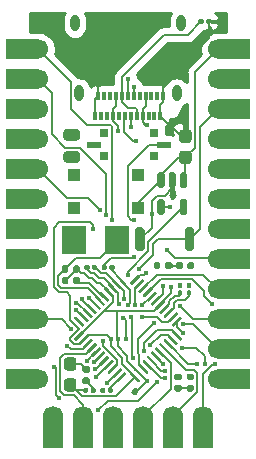
<source format=gbr>
%TF.GenerationSoftware,KiCad,Pcbnew,(5.1.8)-1*%
%TF.CreationDate,2020-12-12T22:59:41+07:00*%
%TF.ProjectId,ArduinoMicroC,41726475-696e-46f4-9d69-63726f432e6b,rev?*%
%TF.SameCoordinates,Original*%
%TF.FileFunction,Copper,L1,Top*%
%TF.FilePolarity,Positive*%
%FSLAX46Y46*%
G04 Gerber Fmt 4.6, Leading zero omitted, Abs format (unit mm)*
G04 Created by KiCad (PCBNEW (5.1.8)-1) date 2020-12-12 22:59:41*
%MOMM*%
%LPD*%
G01*
G04 APERTURE LIST*
%TA.AperFunction,ComponentPad*%
%ADD10R,1.700000X2.700000*%
%TD*%
%TA.AperFunction,ComponentPad*%
%ADD11C,1.700000*%
%TD*%
%TA.AperFunction,SMDPad,CuDef*%
%ADD12R,2.000000X2.400000*%
%TD*%
%TA.AperFunction,SMDPad,CuDef*%
%ADD13R,1.100000X1.100000*%
%TD*%
%TA.AperFunction,SMDPad,CuDef*%
%ADD14R,0.700000X0.700000*%
%TD*%
%TA.AperFunction,SMDPad,CuDef*%
%ADD15R,1.200000X0.500000*%
%TD*%
%TA.AperFunction,ComponentPad*%
%ADD16R,2.700000X1.700000*%
%TD*%
%TA.AperFunction,SMDPad,CuDef*%
%ADD17R,0.300000X0.700000*%
%TD*%
%TA.AperFunction,ComponentPad*%
%ADD18O,0.800000X1.400000*%
%TD*%
%TA.AperFunction,ViaPad*%
%ADD19C,0.400000*%
%TD*%
%TA.AperFunction,Conductor*%
%ADD20C,0.200000*%
%TD*%
%TA.AperFunction,Conductor*%
%ADD21C,0.254000*%
%TD*%
%TA.AperFunction,Conductor*%
%ADD22C,0.100000*%
%TD*%
G04 APERTURE END LIST*
D10*
%TO.P,J3,3*%
%TO.N,D13*%
X140030200Y-109122200D03*
%TO.P,J3,4*%
%TO.N,A4*%
X142570200Y-109122200D03*
%TO.P,J3,5*%
%TO.N,A5*%
X145110200Y-109122200D03*
%TO.P,J3,6*%
%TO.N,SS*%
X147650200Y-109122200D03*
%TO.P,J3,2*%
%TO.N,D12*%
X137490200Y-109122200D03*
%TO.P,J3,1*%
%TO.N,D11*%
X134950200Y-109122200D03*
D11*
%TO.P,J3,6*%
%TO.N,SS*%
X147650200Y-107772200D03*
%TO.P,J3,5*%
%TO.N,A5*%
X145110200Y-107772200D03*
%TO.P,J3,4*%
%TO.N,A4*%
X142570200Y-107772200D03*
%TO.P,J3,3*%
%TO.N,D13*%
X140030200Y-107772200D03*
%TO.P,J3,2*%
%TO.N,D12*%
X137490200Y-107772200D03*
%TO.P,J3,1*%
%TO.N,D11*%
X134950200Y-107772200D03*
%TD*%
%TO.P,C8,2*%
%TO.N,GND*%
%TA.AperFunction,SMDPad,CuDef*%
G36*
G01*
X146388000Y-105127400D02*
X146728000Y-105127400D01*
G75*
G02*
X146868000Y-105267400I0J-140000D01*
G01*
X146868000Y-105547400D01*
G75*
G02*
X146728000Y-105687400I-140000J0D01*
G01*
X146388000Y-105687400D01*
G75*
G02*
X146248000Y-105547400I0J140000D01*
G01*
X146248000Y-105267400D01*
G75*
G02*
X146388000Y-105127400I140000J0D01*
G01*
G37*
%TD.AperFunction*%
%TO.P,C8,1*%
%TO.N,VBUS*%
%TA.AperFunction,SMDPad,CuDef*%
G36*
G01*
X146388000Y-104167400D02*
X146728000Y-104167400D01*
G75*
G02*
X146868000Y-104307400I0J-140000D01*
G01*
X146868000Y-104587400D01*
G75*
G02*
X146728000Y-104727400I-140000J0D01*
G01*
X146388000Y-104727400D01*
G75*
G02*
X146248000Y-104587400I0J140000D01*
G01*
X146248000Y-104307400D01*
G75*
G02*
X146388000Y-104167400I140000J0D01*
G01*
G37*
%TD.AperFunction*%
%TD*%
%TO.P,C6,2*%
%TO.N,AREF*%
%TA.AperFunction,SMDPad,CuDef*%
G36*
G01*
X145686600Y-104727400D02*
X145346600Y-104727400D01*
G75*
G02*
X145206600Y-104587400I0J140000D01*
G01*
X145206600Y-104307400D01*
G75*
G02*
X145346600Y-104167400I140000J0D01*
G01*
X145686600Y-104167400D01*
G75*
G02*
X145826600Y-104307400I0J-140000D01*
G01*
X145826600Y-104587400D01*
G75*
G02*
X145686600Y-104727400I-140000J0D01*
G01*
G37*
%TD.AperFunction*%
%TO.P,C6,1*%
%TO.N,GND*%
%TA.AperFunction,SMDPad,CuDef*%
G36*
G01*
X145686600Y-105687400D02*
X145346600Y-105687400D01*
G75*
G02*
X145206600Y-105547400I0J140000D01*
G01*
X145206600Y-105267400D01*
G75*
G02*
X145346600Y-105127400I140000J0D01*
G01*
X145686600Y-105127400D01*
G75*
G02*
X145826600Y-105267400I0J-140000D01*
G01*
X145826600Y-105547400D01*
G75*
G02*
X145686600Y-105687400I-140000J0D01*
G01*
G37*
%TD.AperFunction*%
%TD*%
%TO.P,D2,2*%
%TO.N,Net-(D2-Pad2)*%
%TA.AperFunction,SMDPad,CuDef*%
G36*
G01*
X137571700Y-104482400D02*
X137916700Y-104482400D01*
G75*
G02*
X138064200Y-104629900I0J-147500D01*
G01*
X138064200Y-104924900D01*
G75*
G02*
X137916700Y-105072400I-147500J0D01*
G01*
X137571700Y-105072400D01*
G75*
G02*
X137424200Y-104924900I0J147500D01*
G01*
X137424200Y-104629900D01*
G75*
G02*
X137571700Y-104482400I147500J0D01*
G01*
G37*
%TD.AperFunction*%
%TO.P,D2,1*%
%TO.N,GND*%
%TA.AperFunction,SMDPad,CuDef*%
G36*
G01*
X137571700Y-103512400D02*
X137916700Y-103512400D01*
G75*
G02*
X138064200Y-103659900I0J-147500D01*
G01*
X138064200Y-103954900D01*
G75*
G02*
X137916700Y-104102400I-147500J0D01*
G01*
X137571700Y-104102400D01*
G75*
G02*
X137424200Y-103954900I0J147500D01*
G01*
X137424200Y-103659900D01*
G75*
G02*
X137571700Y-103512400I147500J0D01*
G01*
G37*
%TD.AperFunction*%
%TD*%
%TO.P,C3,2*%
%TO.N,GND*%
%TA.AperFunction,SMDPad,CuDef*%
G36*
G01*
X136673001Y-103916600D02*
X136122999Y-103916600D01*
G75*
G02*
X135873000Y-103666601I0J249999D01*
G01*
X135873000Y-103041599D01*
G75*
G02*
X136122999Y-102791600I249999J0D01*
G01*
X136673001Y-102791600D01*
G75*
G02*
X136923000Y-103041599I0J-249999D01*
G01*
X136923000Y-103666601D01*
G75*
G02*
X136673001Y-103916600I-249999J0D01*
G01*
G37*
%TD.AperFunction*%
%TO.P,C3,1*%
%TO.N,VCC*%
%TA.AperFunction,SMDPad,CuDef*%
G36*
G01*
X136673001Y-105691600D02*
X136122999Y-105691600D01*
G75*
G02*
X135873000Y-105441601I0J249999D01*
G01*
X135873000Y-104816599D01*
G75*
G02*
X136122999Y-104566600I249999J0D01*
G01*
X136673001Y-104566600D01*
G75*
G02*
X136923000Y-104816599I0J-249999D01*
G01*
X136923000Y-105441601D01*
G75*
G02*
X136673001Y-105691600I-249999J0D01*
G01*
G37*
%TD.AperFunction*%
%TD*%
%TO.P,U2,44*%
%TO.N,VCC*%
%TA.AperFunction,SMDPad,CuDef*%
G36*
G01*
X145180448Y-100523338D02*
X145852200Y-101195090D01*
G75*
G02*
X145852200Y-101283478I-44194J-44194D01*
G01*
X145763812Y-101371866D01*
G75*
G02*
X145675424Y-101371866I-44194J44194D01*
G01*
X145003672Y-100700114D01*
G75*
G02*
X145003672Y-100611726I44194J44194D01*
G01*
X145092060Y-100523338D01*
G75*
G02*
X145180448Y-100523338I44194J-44194D01*
G01*
G37*
%TD.AperFunction*%
%TO.P,U2,43*%
%TO.N,GND*%
%TA.AperFunction,SMDPad,CuDef*%
G36*
G01*
X144826894Y-100876891D02*
X145498646Y-101548643D01*
G75*
G02*
X145498646Y-101637031I-44194J-44194D01*
G01*
X145410258Y-101725419D01*
G75*
G02*
X145321870Y-101725419I-44194J44194D01*
G01*
X144650118Y-101053667D01*
G75*
G02*
X144650118Y-100965279I44194J44194D01*
G01*
X144738506Y-100876891D01*
G75*
G02*
X144826894Y-100876891I44194J-44194D01*
G01*
G37*
%TD.AperFunction*%
%TO.P,U2,42*%
%TO.N,AREF*%
%TA.AperFunction,SMDPad,CuDef*%
G36*
G01*
X144473341Y-101230445D02*
X145145093Y-101902197D01*
G75*
G02*
X145145093Y-101990585I-44194J-44194D01*
G01*
X145056705Y-102078973D01*
G75*
G02*
X144968317Y-102078973I-44194J44194D01*
G01*
X144296565Y-101407221D01*
G75*
G02*
X144296565Y-101318833I44194J44194D01*
G01*
X144384953Y-101230445D01*
G75*
G02*
X144473341Y-101230445I44194J-44194D01*
G01*
G37*
%TD.AperFunction*%
%TO.P,U2,41*%
%TO.N,A5*%
%TA.AperFunction,SMDPad,CuDef*%
G36*
G01*
X144119788Y-101583998D02*
X144791540Y-102255750D01*
G75*
G02*
X144791540Y-102344138I-44194J-44194D01*
G01*
X144703152Y-102432526D01*
G75*
G02*
X144614764Y-102432526I-44194J44194D01*
G01*
X143943012Y-101760774D01*
G75*
G02*
X143943012Y-101672386I44194J44194D01*
G01*
X144031400Y-101583998D01*
G75*
G02*
X144119788Y-101583998I44194J-44194D01*
G01*
G37*
%TD.AperFunction*%
%TO.P,U2,40*%
%TO.N,A4*%
%TA.AperFunction,SMDPad,CuDef*%
G36*
G01*
X143766234Y-101937551D02*
X144437986Y-102609303D01*
G75*
G02*
X144437986Y-102697691I-44194J-44194D01*
G01*
X144349598Y-102786079D01*
G75*
G02*
X144261210Y-102786079I-44194J44194D01*
G01*
X143589458Y-102114327D01*
G75*
G02*
X143589458Y-102025939I44194J44194D01*
G01*
X143677846Y-101937551D01*
G75*
G02*
X143766234Y-101937551I44194J-44194D01*
G01*
G37*
%TD.AperFunction*%
%TO.P,U2,39*%
%TO.N,A3*%
%TA.AperFunction,SMDPad,CuDef*%
G36*
G01*
X143412681Y-102291105D02*
X144084433Y-102962857D01*
G75*
G02*
X144084433Y-103051245I-44194J-44194D01*
G01*
X143996045Y-103139633D01*
G75*
G02*
X143907657Y-103139633I-44194J44194D01*
G01*
X143235905Y-102467881D01*
G75*
G02*
X143235905Y-102379493I44194J44194D01*
G01*
X143324293Y-102291105D01*
G75*
G02*
X143412681Y-102291105I44194J-44194D01*
G01*
G37*
%TD.AperFunction*%
%TO.P,U2,38*%
%TO.N,A2*%
%TA.AperFunction,SMDPad,CuDef*%
G36*
G01*
X143059127Y-102644658D02*
X143730879Y-103316410D01*
G75*
G02*
X143730879Y-103404798I-44194J-44194D01*
G01*
X143642491Y-103493186D01*
G75*
G02*
X143554103Y-103493186I-44194J44194D01*
G01*
X142882351Y-102821434D01*
G75*
G02*
X142882351Y-102733046I44194J44194D01*
G01*
X142970739Y-102644658D01*
G75*
G02*
X143059127Y-102644658I44194J-44194D01*
G01*
G37*
%TD.AperFunction*%
%TO.P,U2,37*%
%TO.N,A1*%
%TA.AperFunction,SMDPad,CuDef*%
G36*
G01*
X142705574Y-102998212D02*
X143377326Y-103669964D01*
G75*
G02*
X143377326Y-103758352I-44194J-44194D01*
G01*
X143288938Y-103846740D01*
G75*
G02*
X143200550Y-103846740I-44194J44194D01*
G01*
X142528798Y-103174988D01*
G75*
G02*
X142528798Y-103086600I44194J44194D01*
G01*
X142617186Y-102998212D01*
G75*
G02*
X142705574Y-102998212I44194J-44194D01*
G01*
G37*
%TD.AperFunction*%
%TO.P,U2,36*%
%TO.N,A0*%
%TA.AperFunction,SMDPad,CuDef*%
G36*
G01*
X142352021Y-103351765D02*
X143023773Y-104023517D01*
G75*
G02*
X143023773Y-104111905I-44194J-44194D01*
G01*
X142935385Y-104200293D01*
G75*
G02*
X142846997Y-104200293I-44194J44194D01*
G01*
X142175245Y-103528541D01*
G75*
G02*
X142175245Y-103440153I44194J44194D01*
G01*
X142263633Y-103351765D01*
G75*
G02*
X142352021Y-103351765I44194J-44194D01*
G01*
G37*
%TD.AperFunction*%
%TO.P,U2,35*%
%TO.N,GND*%
%TA.AperFunction,SMDPad,CuDef*%
G36*
G01*
X141998467Y-103705318D02*
X142670219Y-104377070D01*
G75*
G02*
X142670219Y-104465458I-44194J-44194D01*
G01*
X142581831Y-104553846D01*
G75*
G02*
X142493443Y-104553846I-44194J44194D01*
G01*
X141821691Y-103882094D01*
G75*
G02*
X141821691Y-103793706I44194J44194D01*
G01*
X141910079Y-103705318D01*
G75*
G02*
X141998467Y-103705318I44194J-44194D01*
G01*
G37*
%TD.AperFunction*%
%TO.P,U2,34*%
%TO.N,VCC*%
%TA.AperFunction,SMDPad,CuDef*%
G36*
G01*
X141644914Y-104058872D02*
X142316666Y-104730624D01*
G75*
G02*
X142316666Y-104819012I-44194J-44194D01*
G01*
X142228278Y-104907400D01*
G75*
G02*
X142139890Y-104907400I-44194J44194D01*
G01*
X141468138Y-104235648D01*
G75*
G02*
X141468138Y-104147260I44194J44194D01*
G01*
X141556526Y-104058872D01*
G75*
G02*
X141644914Y-104058872I44194J-44194D01*
G01*
G37*
%TD.AperFunction*%
%TO.P,U2,33*%
%TO.N,Net-(R6-Pad1)*%
%TA.AperFunction,SMDPad,CuDef*%
G36*
G01*
X141043874Y-104058872D02*
X141132262Y-104147260D01*
G75*
G02*
X141132262Y-104235648I-44194J-44194D01*
G01*
X140460510Y-104907400D01*
G75*
G02*
X140372122Y-104907400I-44194J44194D01*
G01*
X140283734Y-104819012D01*
G75*
G02*
X140283734Y-104730624I44194J44194D01*
G01*
X140955486Y-104058872D01*
G75*
G02*
X141043874Y-104058872I44194J-44194D01*
G01*
G37*
%TD.AperFunction*%
%TO.P,U2,32*%
%TO.N,D13*%
%TA.AperFunction,SMDPad,CuDef*%
G36*
G01*
X140690321Y-103705318D02*
X140778709Y-103793706D01*
G75*
G02*
X140778709Y-103882094I-44194J-44194D01*
G01*
X140106957Y-104553846D01*
G75*
G02*
X140018569Y-104553846I-44194J44194D01*
G01*
X139930181Y-104465458D01*
G75*
G02*
X139930181Y-104377070I44194J44194D01*
G01*
X140601933Y-103705318D01*
G75*
G02*
X140690321Y-103705318I44194J-44194D01*
G01*
G37*
%TD.AperFunction*%
%TO.P,U2,31*%
%TO.N,D5*%
%TA.AperFunction,SMDPad,CuDef*%
G36*
G01*
X140336767Y-103351765D02*
X140425155Y-103440153D01*
G75*
G02*
X140425155Y-103528541I-44194J-44194D01*
G01*
X139753403Y-104200293D01*
G75*
G02*
X139665015Y-104200293I-44194J44194D01*
G01*
X139576627Y-104111905D01*
G75*
G02*
X139576627Y-104023517I44194J44194D01*
G01*
X140248379Y-103351765D01*
G75*
G02*
X140336767Y-103351765I44194J-44194D01*
G01*
G37*
%TD.AperFunction*%
%TO.P,U2,30*%
%TO.N,D10*%
%TA.AperFunction,SMDPad,CuDef*%
G36*
G01*
X139983214Y-102998212D02*
X140071602Y-103086600D01*
G75*
G02*
X140071602Y-103174988I-44194J-44194D01*
G01*
X139399850Y-103846740D01*
G75*
G02*
X139311462Y-103846740I-44194J44194D01*
G01*
X139223074Y-103758352D01*
G75*
G02*
X139223074Y-103669964I44194J44194D01*
G01*
X139894826Y-102998212D01*
G75*
G02*
X139983214Y-102998212I44194J-44194D01*
G01*
G37*
%TD.AperFunction*%
%TO.P,U2,29*%
%TO.N,D9*%
%TA.AperFunction,SMDPad,CuDef*%
G36*
G01*
X139629661Y-102644658D02*
X139718049Y-102733046D01*
G75*
G02*
X139718049Y-102821434I-44194J-44194D01*
G01*
X139046297Y-103493186D01*
G75*
G02*
X138957909Y-103493186I-44194J44194D01*
G01*
X138869521Y-103404798D01*
G75*
G02*
X138869521Y-103316410I44194J44194D01*
G01*
X139541273Y-102644658D01*
G75*
G02*
X139629661Y-102644658I44194J-44194D01*
G01*
G37*
%TD.AperFunction*%
%TO.P,U2,28*%
%TO.N,D8*%
%TA.AperFunction,SMDPad,CuDef*%
G36*
G01*
X139276107Y-102291105D02*
X139364495Y-102379493D01*
G75*
G02*
X139364495Y-102467881I-44194J-44194D01*
G01*
X138692743Y-103139633D01*
G75*
G02*
X138604355Y-103139633I-44194J44194D01*
G01*
X138515967Y-103051245D01*
G75*
G02*
X138515967Y-102962857I44194J44194D01*
G01*
X139187719Y-102291105D01*
G75*
G02*
X139276107Y-102291105I44194J-44194D01*
G01*
G37*
%TD.AperFunction*%
%TO.P,U2,27*%
%TO.N,D6*%
%TA.AperFunction,SMDPad,CuDef*%
G36*
G01*
X138922554Y-101937551D02*
X139010942Y-102025939D01*
G75*
G02*
X139010942Y-102114327I-44194J-44194D01*
G01*
X138339190Y-102786079D01*
G75*
G02*
X138250802Y-102786079I-44194J44194D01*
G01*
X138162414Y-102697691D01*
G75*
G02*
X138162414Y-102609303I44194J44194D01*
G01*
X138834166Y-101937551D01*
G75*
G02*
X138922554Y-101937551I44194J-44194D01*
G01*
G37*
%TD.AperFunction*%
%TO.P,U2,26*%
%TO.N,D12*%
%TA.AperFunction,SMDPad,CuDef*%
G36*
G01*
X138569000Y-101583998D02*
X138657388Y-101672386D01*
G75*
G02*
X138657388Y-101760774I-44194J-44194D01*
G01*
X137985636Y-102432526D01*
G75*
G02*
X137897248Y-102432526I-44194J44194D01*
G01*
X137808860Y-102344138D01*
G75*
G02*
X137808860Y-102255750I44194J44194D01*
G01*
X138480612Y-101583998D01*
G75*
G02*
X138569000Y-101583998I44194J-44194D01*
G01*
G37*
%TD.AperFunction*%
%TO.P,U2,25*%
%TO.N,D4*%
%TA.AperFunction,SMDPad,CuDef*%
G36*
G01*
X138215447Y-101230445D02*
X138303835Y-101318833D01*
G75*
G02*
X138303835Y-101407221I-44194J-44194D01*
G01*
X137632083Y-102078973D01*
G75*
G02*
X137543695Y-102078973I-44194J44194D01*
G01*
X137455307Y-101990585D01*
G75*
G02*
X137455307Y-101902197I44194J44194D01*
G01*
X138127059Y-101230445D01*
G75*
G02*
X138215447Y-101230445I44194J-44194D01*
G01*
G37*
%TD.AperFunction*%
%TO.P,U2,24*%
%TO.N,VCC*%
%TA.AperFunction,SMDPad,CuDef*%
G36*
G01*
X137861894Y-100876891D02*
X137950282Y-100965279D01*
G75*
G02*
X137950282Y-101053667I-44194J-44194D01*
G01*
X137278530Y-101725419D01*
G75*
G02*
X137190142Y-101725419I-44194J44194D01*
G01*
X137101754Y-101637031D01*
G75*
G02*
X137101754Y-101548643I44194J44194D01*
G01*
X137773506Y-100876891D01*
G75*
G02*
X137861894Y-100876891I44194J-44194D01*
G01*
G37*
%TD.AperFunction*%
%TO.P,U2,23*%
%TO.N,GND*%
%TA.AperFunction,SMDPad,CuDef*%
G36*
G01*
X137508340Y-100523338D02*
X137596728Y-100611726D01*
G75*
G02*
X137596728Y-100700114I-44194J-44194D01*
G01*
X136924976Y-101371866D01*
G75*
G02*
X136836588Y-101371866I-44194J44194D01*
G01*
X136748200Y-101283478D01*
G75*
G02*
X136748200Y-101195090I44194J44194D01*
G01*
X137419952Y-100523338D01*
G75*
G02*
X137508340Y-100523338I44194J-44194D01*
G01*
G37*
%TD.AperFunction*%
%TO.P,U2,22*%
%TO.N,Net-(U2-Pad22)*%
%TA.AperFunction,SMDPad,CuDef*%
G36*
G01*
X136924976Y-99338934D02*
X137596728Y-100010686D01*
G75*
G02*
X137596728Y-100099074I-44194J-44194D01*
G01*
X137508340Y-100187462D01*
G75*
G02*
X137419952Y-100187462I-44194J44194D01*
G01*
X136748200Y-99515710D01*
G75*
G02*
X136748200Y-99427322I44194J44194D01*
G01*
X136836588Y-99338934D01*
G75*
G02*
X136924976Y-99338934I44194J-44194D01*
G01*
G37*
%TD.AperFunction*%
%TO.P,U2,21*%
%TO.N,TX*%
%TA.AperFunction,SMDPad,CuDef*%
G36*
G01*
X137278530Y-98985381D02*
X137950282Y-99657133D01*
G75*
G02*
X137950282Y-99745521I-44194J-44194D01*
G01*
X137861894Y-99833909D01*
G75*
G02*
X137773506Y-99833909I-44194J44194D01*
G01*
X137101754Y-99162157D01*
G75*
G02*
X137101754Y-99073769I44194J44194D01*
G01*
X137190142Y-98985381D01*
G75*
G02*
X137278530Y-98985381I44194J-44194D01*
G01*
G37*
%TD.AperFunction*%
%TO.P,U2,20*%
%TO.N,RX*%
%TA.AperFunction,SMDPad,CuDef*%
G36*
G01*
X137632083Y-98631827D02*
X138303835Y-99303579D01*
G75*
G02*
X138303835Y-99391967I-44194J-44194D01*
G01*
X138215447Y-99480355D01*
G75*
G02*
X138127059Y-99480355I-44194J44194D01*
G01*
X137455307Y-98808603D01*
G75*
G02*
X137455307Y-98720215I44194J44194D01*
G01*
X137543695Y-98631827D01*
G75*
G02*
X137632083Y-98631827I44194J-44194D01*
G01*
G37*
%TD.AperFunction*%
%TO.P,U2,19*%
%TO.N,SDA*%
%TA.AperFunction,SMDPad,CuDef*%
G36*
G01*
X137985636Y-98278274D02*
X138657388Y-98950026D01*
G75*
G02*
X138657388Y-99038414I-44194J-44194D01*
G01*
X138569000Y-99126802D01*
G75*
G02*
X138480612Y-99126802I-44194J44194D01*
G01*
X137808860Y-98455050D01*
G75*
G02*
X137808860Y-98366662I44194J44194D01*
G01*
X137897248Y-98278274D01*
G75*
G02*
X137985636Y-98278274I44194J-44194D01*
G01*
G37*
%TD.AperFunction*%
%TO.P,U2,18*%
%TO.N,SCL*%
%TA.AperFunction,SMDPad,CuDef*%
G36*
G01*
X138339190Y-97924721D02*
X139010942Y-98596473D01*
G75*
G02*
X139010942Y-98684861I-44194J-44194D01*
G01*
X138922554Y-98773249D01*
G75*
G02*
X138834166Y-98773249I-44194J44194D01*
G01*
X138162414Y-98101497D01*
G75*
G02*
X138162414Y-98013109I44194J44194D01*
G01*
X138250802Y-97924721D01*
G75*
G02*
X138339190Y-97924721I44194J-44194D01*
G01*
G37*
%TD.AperFunction*%
%TO.P,U2,17*%
%TO.N,Net-(C4-Pad2)*%
%TA.AperFunction,SMDPad,CuDef*%
G36*
G01*
X138692743Y-97571167D02*
X139364495Y-98242919D01*
G75*
G02*
X139364495Y-98331307I-44194J-44194D01*
G01*
X139276107Y-98419695D01*
G75*
G02*
X139187719Y-98419695I-44194J44194D01*
G01*
X138515967Y-97747943D01*
G75*
G02*
X138515967Y-97659555I44194J44194D01*
G01*
X138604355Y-97571167D01*
G75*
G02*
X138692743Y-97571167I44194J-44194D01*
G01*
G37*
%TD.AperFunction*%
%TO.P,U2,16*%
%TO.N,Net-(C5-Pad2)*%
%TA.AperFunction,SMDPad,CuDef*%
G36*
G01*
X139046297Y-97217614D02*
X139718049Y-97889366D01*
G75*
G02*
X139718049Y-97977754I-44194J-44194D01*
G01*
X139629661Y-98066142D01*
G75*
G02*
X139541273Y-98066142I-44194J44194D01*
G01*
X138869521Y-97394390D01*
G75*
G02*
X138869521Y-97306002I44194J44194D01*
G01*
X138957909Y-97217614D01*
G75*
G02*
X139046297Y-97217614I44194J-44194D01*
G01*
G37*
%TD.AperFunction*%
%TO.P,U2,15*%
%TO.N,GND*%
%TA.AperFunction,SMDPad,CuDef*%
G36*
G01*
X139399850Y-96864060D02*
X140071602Y-97535812D01*
G75*
G02*
X140071602Y-97624200I-44194J-44194D01*
G01*
X139983214Y-97712588D01*
G75*
G02*
X139894826Y-97712588I-44194J44194D01*
G01*
X139223074Y-97040836D01*
G75*
G02*
X139223074Y-96952448I44194J44194D01*
G01*
X139311462Y-96864060D01*
G75*
G02*
X139399850Y-96864060I44194J-44194D01*
G01*
G37*
%TD.AperFunction*%
%TO.P,U2,14*%
%TO.N,VCC*%
%TA.AperFunction,SMDPad,CuDef*%
G36*
G01*
X139753403Y-96510507D02*
X140425155Y-97182259D01*
G75*
G02*
X140425155Y-97270647I-44194J-44194D01*
G01*
X140336767Y-97359035D01*
G75*
G02*
X140248379Y-97359035I-44194J44194D01*
G01*
X139576627Y-96687283D01*
G75*
G02*
X139576627Y-96598895I44194J44194D01*
G01*
X139665015Y-96510507D01*
G75*
G02*
X139753403Y-96510507I44194J-44194D01*
G01*
G37*
%TD.AperFunction*%
%TO.P,U2,13*%
%TO.N,RESET*%
%TA.AperFunction,SMDPad,CuDef*%
G36*
G01*
X140106957Y-96156954D02*
X140778709Y-96828706D01*
G75*
G02*
X140778709Y-96917094I-44194J-44194D01*
G01*
X140690321Y-97005482D01*
G75*
G02*
X140601933Y-97005482I-44194J44194D01*
G01*
X139930181Y-96333730D01*
G75*
G02*
X139930181Y-96245342I44194J44194D01*
G01*
X140018569Y-96156954D01*
G75*
G02*
X140106957Y-96156954I44194J-44194D01*
G01*
G37*
%TD.AperFunction*%
%TO.P,U2,12*%
%TO.N,D11*%
%TA.AperFunction,SMDPad,CuDef*%
G36*
G01*
X140460510Y-95803400D02*
X141132262Y-96475152D01*
G75*
G02*
X141132262Y-96563540I-44194J-44194D01*
G01*
X141043874Y-96651928D01*
G75*
G02*
X140955486Y-96651928I-44194J44194D01*
G01*
X140283734Y-95980176D01*
G75*
G02*
X140283734Y-95891788I44194J44194D01*
G01*
X140372122Y-95803400D01*
G75*
G02*
X140460510Y-95803400I44194J-44194D01*
G01*
G37*
%TD.AperFunction*%
%TO.P,U2,11*%
%TO.N,MISO*%
%TA.AperFunction,SMDPad,CuDef*%
G36*
G01*
X142228278Y-95803400D02*
X142316666Y-95891788D01*
G75*
G02*
X142316666Y-95980176I-44194J-44194D01*
G01*
X141644914Y-96651928D01*
G75*
G02*
X141556526Y-96651928I-44194J44194D01*
G01*
X141468138Y-96563540D01*
G75*
G02*
X141468138Y-96475152I44194J44194D01*
G01*
X142139890Y-95803400D01*
G75*
G02*
X142228278Y-95803400I44194J-44194D01*
G01*
G37*
%TD.AperFunction*%
%TO.P,U2,10*%
%TO.N,MOSI*%
%TA.AperFunction,SMDPad,CuDef*%
G36*
G01*
X142581831Y-96156954D02*
X142670219Y-96245342D01*
G75*
G02*
X142670219Y-96333730I-44194J-44194D01*
G01*
X141998467Y-97005482D01*
G75*
G02*
X141910079Y-97005482I-44194J44194D01*
G01*
X141821691Y-96917094D01*
G75*
G02*
X141821691Y-96828706I44194J44194D01*
G01*
X142493443Y-96156954D01*
G75*
G02*
X142581831Y-96156954I44194J-44194D01*
G01*
G37*
%TD.AperFunction*%
%TO.P,U2,9*%
%TO.N,SCK*%
%TA.AperFunction,SMDPad,CuDef*%
G36*
G01*
X142935385Y-96510507D02*
X143023773Y-96598895D01*
G75*
G02*
X143023773Y-96687283I-44194J-44194D01*
G01*
X142352021Y-97359035D01*
G75*
G02*
X142263633Y-97359035I-44194J44194D01*
G01*
X142175245Y-97270647D01*
G75*
G02*
X142175245Y-97182259I44194J44194D01*
G01*
X142846997Y-96510507D01*
G75*
G02*
X142935385Y-96510507I44194J-44194D01*
G01*
G37*
%TD.AperFunction*%
%TO.P,U2,8*%
%TO.N,SS*%
%TA.AperFunction,SMDPad,CuDef*%
G36*
G01*
X143288938Y-96864060D02*
X143377326Y-96952448D01*
G75*
G02*
X143377326Y-97040836I-44194J-44194D01*
G01*
X142705574Y-97712588D01*
G75*
G02*
X142617186Y-97712588I-44194J44194D01*
G01*
X142528798Y-97624200D01*
G75*
G02*
X142528798Y-97535812I44194J44194D01*
G01*
X143200550Y-96864060D01*
G75*
G02*
X143288938Y-96864060I44194J-44194D01*
G01*
G37*
%TD.AperFunction*%
%TO.P,U2,7*%
%TO.N,VBUS*%
%TA.AperFunction,SMDPad,CuDef*%
G36*
G01*
X143642491Y-97217614D02*
X143730879Y-97306002D01*
G75*
G02*
X143730879Y-97394390I-44194J-44194D01*
G01*
X143059127Y-98066142D01*
G75*
G02*
X142970739Y-98066142I-44194J44194D01*
G01*
X142882351Y-97977754D01*
G75*
G02*
X142882351Y-97889366I44194J44194D01*
G01*
X143554103Y-97217614D01*
G75*
G02*
X143642491Y-97217614I44194J-44194D01*
G01*
G37*
%TD.AperFunction*%
%TO.P,U2,6*%
%TO.N,Net-(C7-Pad2)*%
%TA.AperFunction,SMDPad,CuDef*%
G36*
G01*
X143996045Y-97571167D02*
X144084433Y-97659555D01*
G75*
G02*
X144084433Y-97747943I-44194J-44194D01*
G01*
X143412681Y-98419695D01*
G75*
G02*
X143324293Y-98419695I-44194J44194D01*
G01*
X143235905Y-98331307D01*
G75*
G02*
X143235905Y-98242919I44194J44194D01*
G01*
X143907657Y-97571167D01*
G75*
G02*
X143996045Y-97571167I44194J-44194D01*
G01*
G37*
%TD.AperFunction*%
%TO.P,U2,5*%
%TO.N,GND*%
%TA.AperFunction,SMDPad,CuDef*%
G36*
G01*
X144349598Y-97924721D02*
X144437986Y-98013109D01*
G75*
G02*
X144437986Y-98101497I-44194J-44194D01*
G01*
X143766234Y-98773249D01*
G75*
G02*
X143677846Y-98773249I-44194J44194D01*
G01*
X143589458Y-98684861D01*
G75*
G02*
X143589458Y-98596473I44194J44194D01*
G01*
X144261210Y-97924721D01*
G75*
G02*
X144349598Y-97924721I44194J-44194D01*
G01*
G37*
%TD.AperFunction*%
%TO.P,U2,4*%
%TO.N,D+*%
%TA.AperFunction,SMDPad,CuDef*%
G36*
G01*
X144703152Y-98278274D02*
X144791540Y-98366662D01*
G75*
G02*
X144791540Y-98455050I-44194J-44194D01*
G01*
X144119788Y-99126802D01*
G75*
G02*
X144031400Y-99126802I-44194J44194D01*
G01*
X143943012Y-99038414D01*
G75*
G02*
X143943012Y-98950026I44194J44194D01*
G01*
X144614764Y-98278274D01*
G75*
G02*
X144703152Y-98278274I44194J-44194D01*
G01*
G37*
%TD.AperFunction*%
%TO.P,U2,3*%
%TO.N,D-*%
%TA.AperFunction,SMDPad,CuDef*%
G36*
G01*
X145056705Y-98631827D02*
X145145093Y-98720215D01*
G75*
G02*
X145145093Y-98808603I-44194J-44194D01*
G01*
X144473341Y-99480355D01*
G75*
G02*
X144384953Y-99480355I-44194J44194D01*
G01*
X144296565Y-99391967D01*
G75*
G02*
X144296565Y-99303579I44194J44194D01*
G01*
X144968317Y-98631827D01*
G75*
G02*
X145056705Y-98631827I44194J-44194D01*
G01*
G37*
%TD.AperFunction*%
%TO.P,U2,2*%
%TO.N,VBUS*%
%TA.AperFunction,SMDPad,CuDef*%
G36*
G01*
X145410258Y-98985381D02*
X145498646Y-99073769D01*
G75*
G02*
X145498646Y-99162157I-44194J-44194D01*
G01*
X144826894Y-99833909D01*
G75*
G02*
X144738506Y-99833909I-44194J44194D01*
G01*
X144650118Y-99745521D01*
G75*
G02*
X144650118Y-99657133I44194J44194D01*
G01*
X145321870Y-98985381D01*
G75*
G02*
X145410258Y-98985381I44194J-44194D01*
G01*
G37*
%TD.AperFunction*%
%TO.P,U2,1*%
%TO.N,D7*%
%TA.AperFunction,SMDPad,CuDef*%
G36*
G01*
X145763812Y-99338934D02*
X145852200Y-99427322D01*
G75*
G02*
X145852200Y-99515710I-44194J-44194D01*
G01*
X145180448Y-100187462D01*
G75*
G02*
X145092060Y-100187462I-44194J44194D01*
G01*
X145003672Y-100099074D01*
G75*
G02*
X145003672Y-100010686I44194J44194D01*
G01*
X145675424Y-99338934D01*
G75*
G02*
X145763812Y-99338934I44194J-44194D01*
G01*
G37*
%TD.AperFunction*%
%TD*%
%TO.P,C2,2*%
%TO.N,GND*%
%TA.AperFunction,SMDPad,CuDef*%
G36*
G01*
X145926200Y-94851400D02*
X145926200Y-95191400D01*
G75*
G02*
X145786200Y-95331400I-140000J0D01*
G01*
X145506200Y-95331400D01*
G75*
G02*
X145366200Y-95191400I0J140000D01*
G01*
X145366200Y-94851400D01*
G75*
G02*
X145506200Y-94711400I140000J0D01*
G01*
X145786200Y-94711400D01*
G75*
G02*
X145926200Y-94851400I0J-140000D01*
G01*
G37*
%TD.AperFunction*%
%TO.P,C2,1*%
%TO.N,Net-(C2-Pad1)*%
%TA.AperFunction,SMDPad,CuDef*%
G36*
G01*
X146886200Y-94851400D02*
X146886200Y-95191400D01*
G75*
G02*
X146746200Y-95331400I-140000J0D01*
G01*
X146466200Y-95331400D01*
G75*
G02*
X146326200Y-95191400I0J140000D01*
G01*
X146326200Y-94851400D01*
G75*
G02*
X146466200Y-94711400I140000J0D01*
G01*
X146746200Y-94711400D01*
G75*
G02*
X146886200Y-94851400I0J-140000D01*
G01*
G37*
%TD.AperFunction*%
%TD*%
%TO.P,C7,2*%
%TO.N,Net-(C7-Pad2)*%
%TA.AperFunction,SMDPad,CuDef*%
G36*
G01*
X144021200Y-94851400D02*
X144021200Y-95191400D01*
G75*
G02*
X143881200Y-95331400I-140000J0D01*
G01*
X143601200Y-95331400D01*
G75*
G02*
X143461200Y-95191400I0J140000D01*
G01*
X143461200Y-94851400D01*
G75*
G02*
X143601200Y-94711400I140000J0D01*
G01*
X143881200Y-94711400D01*
G75*
G02*
X144021200Y-94851400I0J-140000D01*
G01*
G37*
%TD.AperFunction*%
%TO.P,C7,1*%
%TO.N,GND*%
%TA.AperFunction,SMDPad,CuDef*%
G36*
G01*
X144981200Y-94851400D02*
X144981200Y-95191400D01*
G75*
G02*
X144841200Y-95331400I-140000J0D01*
G01*
X144561200Y-95331400D01*
G75*
G02*
X144421200Y-95191400I0J140000D01*
G01*
X144421200Y-94851400D01*
G75*
G02*
X144561200Y-94711400I140000J0D01*
G01*
X144841200Y-94711400D01*
G75*
G02*
X144981200Y-94851400I0J-140000D01*
G01*
G37*
%TD.AperFunction*%
%TD*%
%TO.P,C5,2*%
%TO.N,Net-(C5-Pad2)*%
%TA.AperFunction,SMDPad,CuDef*%
G36*
G01*
X136648800Y-96461400D02*
X136648800Y-96121400D01*
G75*
G02*
X136788800Y-95981400I140000J0D01*
G01*
X137068800Y-95981400D01*
G75*
G02*
X137208800Y-96121400I0J-140000D01*
G01*
X137208800Y-96461400D01*
G75*
G02*
X137068800Y-96601400I-140000J0D01*
G01*
X136788800Y-96601400D01*
G75*
G02*
X136648800Y-96461400I0J140000D01*
G01*
G37*
%TD.AperFunction*%
%TO.P,C5,1*%
%TO.N,GND*%
%TA.AperFunction,SMDPad,CuDef*%
G36*
G01*
X135688800Y-96461400D02*
X135688800Y-96121400D01*
G75*
G02*
X135828800Y-95981400I140000J0D01*
G01*
X136108800Y-95981400D01*
G75*
G02*
X136248800Y-96121400I0J-140000D01*
G01*
X136248800Y-96461400D01*
G75*
G02*
X136108800Y-96601400I-140000J0D01*
G01*
X135828800Y-96601400D01*
G75*
G02*
X135688800Y-96461400I0J140000D01*
G01*
G37*
%TD.AperFunction*%
%TD*%
%TO.P,C4,2*%
%TO.N,Net-(C4-Pad2)*%
%TA.AperFunction,SMDPad,CuDef*%
G36*
G01*
X136248800Y-95130800D02*
X136248800Y-95470800D01*
G75*
G02*
X136108800Y-95610800I-140000J0D01*
G01*
X135828800Y-95610800D01*
G75*
G02*
X135688800Y-95470800I0J140000D01*
G01*
X135688800Y-95130800D01*
G75*
G02*
X135828800Y-94990800I140000J0D01*
G01*
X136108800Y-94990800D01*
G75*
G02*
X136248800Y-95130800I0J-140000D01*
G01*
G37*
%TD.AperFunction*%
%TO.P,C4,1*%
%TO.N,GND*%
%TA.AperFunction,SMDPad,CuDef*%
G36*
G01*
X137208800Y-95130800D02*
X137208800Y-95470800D01*
G75*
G02*
X137068800Y-95610800I-140000J0D01*
G01*
X136788800Y-95610800D01*
G75*
G02*
X136648800Y-95470800I0J140000D01*
G01*
X136648800Y-95130800D01*
G75*
G02*
X136788800Y-94990800I140000J0D01*
G01*
X137068800Y-94990800D01*
G75*
G02*
X137208800Y-95130800I0J-140000D01*
G01*
G37*
%TD.AperFunction*%
%TD*%
%TO.P,SW2,1*%
%TO.N,RESET*%
%TA.AperFunction,SMDPad,CuDef*%
G36*
G01*
X146899000Y-91986200D02*
X146899000Y-93586200D01*
G75*
G02*
X146699000Y-93786200I-200000J0D01*
G01*
X146299000Y-93786200D01*
G75*
G02*
X146099000Y-93586200I0J200000D01*
G01*
X146099000Y-91986200D01*
G75*
G02*
X146299000Y-91786200I200000J0D01*
G01*
X146699000Y-91786200D01*
G75*
G02*
X146899000Y-91986200I0J-200000D01*
G01*
G37*
%TD.AperFunction*%
%TO.P,SW2,2*%
%TO.N,GND*%
%TA.AperFunction,SMDPad,CuDef*%
G36*
G01*
X142699000Y-91986200D02*
X142699000Y-93586200D01*
G75*
G02*
X142499000Y-93786200I-200000J0D01*
G01*
X142099000Y-93786200D01*
G75*
G02*
X141899000Y-93586200I0J200000D01*
G01*
X141899000Y-91986200D01*
G75*
G02*
X142099000Y-91786200I200000J0D01*
G01*
X142499000Y-91786200D01*
G75*
G02*
X142699000Y-91986200I0J-200000D01*
G01*
G37*
%TD.AperFunction*%
%TD*%
D12*
%TO.P,Y1,2*%
%TO.N,Net-(C4-Pad2)*%
X140381600Y-92862400D03*
%TO.P,Y1,1*%
%TO.N,Net-(C5-Pad2)*%
X136681600Y-92862400D03*
%TD*%
%TO.P,U1,5*%
%TO.N,VCC*%
%TA.AperFunction,SMDPad,CuDef*%
G36*
G01*
X145834000Y-89400400D02*
X146134000Y-89400400D01*
G75*
G02*
X146284000Y-89550400I0J-150000D01*
G01*
X146284000Y-90575400D01*
G75*
G02*
X146134000Y-90725400I-150000J0D01*
G01*
X145834000Y-90725400D01*
G75*
G02*
X145684000Y-90575400I0J150000D01*
G01*
X145684000Y-89550400D01*
G75*
G02*
X145834000Y-89400400I150000J0D01*
G01*
G37*
%TD.AperFunction*%
%TO.P,U1,4*%
%TO.N,Net-(C2-Pad1)*%
%TA.AperFunction,SMDPad,CuDef*%
G36*
G01*
X143934000Y-89400400D02*
X144234000Y-89400400D01*
G75*
G02*
X144384000Y-89550400I0J-150000D01*
G01*
X144384000Y-90575400D01*
G75*
G02*
X144234000Y-90725400I-150000J0D01*
G01*
X143934000Y-90725400D01*
G75*
G02*
X143784000Y-90575400I0J150000D01*
G01*
X143784000Y-89550400D01*
G75*
G02*
X143934000Y-89400400I150000J0D01*
G01*
G37*
%TD.AperFunction*%
%TO.P,U1,3*%
%TO.N,RAW*%
%TA.AperFunction,SMDPad,CuDef*%
G36*
G01*
X143934000Y-87125400D02*
X144234000Y-87125400D01*
G75*
G02*
X144384000Y-87275400I0J-150000D01*
G01*
X144384000Y-88300400D01*
G75*
G02*
X144234000Y-88450400I-150000J0D01*
G01*
X143934000Y-88450400D01*
G75*
G02*
X143784000Y-88300400I0J150000D01*
G01*
X143784000Y-87275400D01*
G75*
G02*
X143934000Y-87125400I150000J0D01*
G01*
G37*
%TD.AperFunction*%
%TO.P,U1,2*%
%TO.N,GND*%
%TA.AperFunction,SMDPad,CuDef*%
G36*
G01*
X144884000Y-87125400D02*
X145184000Y-87125400D01*
G75*
G02*
X145334000Y-87275400I0J-150000D01*
G01*
X145334000Y-88300400D01*
G75*
G02*
X145184000Y-88450400I-150000J0D01*
G01*
X144884000Y-88450400D01*
G75*
G02*
X144734000Y-88300400I0J150000D01*
G01*
X144734000Y-87275400D01*
G75*
G02*
X144884000Y-87125400I150000J0D01*
G01*
G37*
%TD.AperFunction*%
%TO.P,U1,1*%
%TO.N,RAW*%
%TA.AperFunction,SMDPad,CuDef*%
G36*
G01*
X145834000Y-87125400D02*
X146134000Y-87125400D01*
G75*
G02*
X146284000Y-87275400I0J-150000D01*
G01*
X146284000Y-88300400D01*
G75*
G02*
X146134000Y-88450400I-150000J0D01*
G01*
X145834000Y-88450400D01*
G75*
G02*
X145684000Y-88300400I0J150000D01*
G01*
X145684000Y-87275400D01*
G75*
G02*
X145834000Y-87125400I150000J0D01*
G01*
G37*
%TD.AperFunction*%
%TD*%
D13*
%TO.P,D3,2*%
%TO.N,Net-(D1-Pad1)*%
X142113000Y-87347600D03*
%TO.P,D3,1*%
%TO.N,RAW*%
X142113000Y-90147600D03*
%TD*%
%TO.P,D1,2*%
%TO.N,Net-(D1-Pad2)*%
X136702800Y-87373000D03*
%TO.P,D1,1*%
%TO.N,Net-(D1-Pad1)*%
X136702800Y-90173000D03*
%TD*%
%TO.P,C1,2*%
%TO.N,GND*%
%TA.AperFunction,SMDPad,CuDef*%
G36*
G01*
X146426601Y-84638000D02*
X145876599Y-84638000D01*
G75*
G02*
X145626600Y-84388001I0J249999D01*
G01*
X145626600Y-83762999D01*
G75*
G02*
X145876599Y-83513000I249999J0D01*
G01*
X146426601Y-83513000D01*
G75*
G02*
X146676600Y-83762999I0J-249999D01*
G01*
X146676600Y-84388001D01*
G75*
G02*
X146426601Y-84638000I-249999J0D01*
G01*
G37*
%TD.AperFunction*%
%TO.P,C1,1*%
%TO.N,RAW*%
%TA.AperFunction,SMDPad,CuDef*%
G36*
G01*
X146426601Y-86413000D02*
X145876599Y-86413000D01*
G75*
G02*
X145626600Y-86163001I0J249999D01*
G01*
X145626600Y-85537999D01*
G75*
G02*
X145876599Y-85288000I249999J0D01*
G01*
X146426601Y-85288000D01*
G75*
G02*
X146676600Y-85537999I0J-249999D01*
G01*
X146676600Y-86163001D01*
G75*
G02*
X146426601Y-86413000I-249999J0D01*
G01*
G37*
%TD.AperFunction*%
%TD*%
%TO.P,F1,1*%
%TO.N,VBUS*%
%TA.AperFunction,SMDPad,CuDef*%
G36*
G01*
X136068750Y-83461800D02*
X136981250Y-83461800D01*
G75*
G02*
X137225000Y-83705550I0J-243750D01*
G01*
X137225000Y-84193050D01*
G75*
G02*
X136981250Y-84436800I-243750J0D01*
G01*
X136068750Y-84436800D01*
G75*
G02*
X135825000Y-84193050I0J243750D01*
G01*
X135825000Y-83705550D01*
G75*
G02*
X136068750Y-83461800I243750J0D01*
G01*
G37*
%TD.AperFunction*%
%TO.P,F1,2*%
%TO.N,Net-(D1-Pad1)*%
%TA.AperFunction,SMDPad,CuDef*%
G36*
G01*
X136068750Y-85336800D02*
X136981250Y-85336800D01*
G75*
G02*
X137225000Y-85580550I0J-243750D01*
G01*
X137225000Y-86068050D01*
G75*
G02*
X136981250Y-86311800I-243750J0D01*
G01*
X136068750Y-86311800D01*
G75*
G02*
X135825000Y-86068050I0J243750D01*
G01*
X135825000Y-85580550D01*
G75*
G02*
X136068750Y-85336800I243750J0D01*
G01*
G37*
%TD.AperFunction*%
%TD*%
D14*
%TO.P,SW1,3*%
%TO.N,N/C*%
X139226400Y-83785200D03*
X143526400Y-83785200D03*
X139226400Y-85785200D03*
X143526400Y-85785200D03*
D15*
%TO.P,SW1,2*%
%TO.N,Net-(D1-Pad2)*%
X138426400Y-84785200D03*
%TO.P,SW1,1*%
%TO.N,Net-(R10-Pad2)*%
X144326400Y-84785200D03*
%TD*%
D16*
%TO.P,J4,1*%
%TO.N,D10*%
X150257500Y-104648000D03*
%TO.P,J4,2*%
%TO.N,MOSI*%
X150257500Y-102108000D03*
%TO.P,J4,4*%
%TO.N,SCK*%
X150257500Y-97028000D03*
%TO.P,J4,5*%
%TO.N,A0*%
X150257500Y-94488000D03*
%TO.P,J4,6*%
%TO.N,A1*%
X150257500Y-91948000D03*
%TO.P,J4,7*%
%TO.N,A2*%
X150257500Y-89408000D03*
%TO.P,J4,8*%
%TO.N,A3*%
X150257500Y-86868000D03*
%TO.P,J4,3*%
%TO.N,MISO*%
X150257500Y-99568000D03*
%TO.P,J4,9*%
%TO.N,VCC*%
X150257500Y-84328000D03*
%TO.P,J4,10*%
%TO.N,RESET*%
X150257500Y-81788000D03*
%TO.P,J4,11*%
%TO.N,GND*%
X150257500Y-79248000D03*
%TO.P,J4,12*%
%TO.N,RAW*%
X150257500Y-76708000D03*
D11*
X148907500Y-76708000D03*
%TO.P,J4,11*%
%TO.N,GND*%
X148907500Y-79248000D03*
%TO.P,J4,10*%
%TO.N,RESET*%
X148907500Y-81788000D03*
%TO.P,J4,9*%
%TO.N,VCC*%
X148907500Y-84328000D03*
%TO.P,J4,8*%
%TO.N,A3*%
X148907500Y-86868000D03*
%TO.P,J4,7*%
%TO.N,A2*%
X148907500Y-89408000D03*
%TO.P,J4,6*%
%TO.N,A1*%
X148907500Y-91948000D03*
%TO.P,J4,5*%
%TO.N,A0*%
X148907500Y-94488000D03*
%TO.P,J4,4*%
%TO.N,SCK*%
X148907500Y-97028000D03*
%TO.P,J4,3*%
%TO.N,MISO*%
X148907500Y-99568000D03*
%TO.P,J4,2*%
%TO.N,MOSI*%
X148907500Y-102108000D03*
%TO.P,J4,1*%
%TO.N,D10*%
X148907500Y-104648000D03*
%TD*%
D16*
%TO.P,J2,1*%
%TO.N,TX*%
X132317500Y-76708000D03*
%TO.P,J2,2*%
%TO.N,RX*%
X132317500Y-79248000D03*
%TO.P,J2,4*%
%TO.N,GND*%
X132317500Y-84328000D03*
%TO.P,J2,5*%
%TO.N,SDA*%
X132317500Y-86868000D03*
%TO.P,J2,6*%
%TO.N,SCL*%
X132317500Y-89408000D03*
%TO.P,J2,7*%
%TO.N,D4*%
X132317500Y-91948000D03*
%TO.P,J2,8*%
%TO.N,D5*%
X132317500Y-94488000D03*
%TO.P,J2,3*%
%TO.N,GND*%
X132317500Y-81788000D03*
%TO.P,J2,9*%
%TO.N,D6*%
X132317500Y-97028000D03*
%TO.P,J2,10*%
%TO.N,D7*%
X132317500Y-99568000D03*
%TO.P,J2,11*%
%TO.N,D8*%
X132317500Y-102108000D03*
%TO.P,J2,12*%
%TO.N,D9*%
X132317500Y-104648000D03*
D11*
X133667500Y-104648000D03*
%TO.P,J2,11*%
%TO.N,D8*%
X133667500Y-102108000D03*
%TO.P,J2,10*%
%TO.N,D7*%
X133667500Y-99568000D03*
%TO.P,J2,9*%
%TO.N,D6*%
X133667500Y-97028000D03*
%TO.P,J2,8*%
%TO.N,D5*%
X133667500Y-94488000D03*
%TO.P,J2,7*%
%TO.N,D4*%
X133667500Y-91948000D03*
%TO.P,J2,6*%
%TO.N,SCL*%
X133667500Y-89408000D03*
%TO.P,J2,5*%
%TO.N,SDA*%
X133667500Y-86868000D03*
%TO.P,J2,4*%
%TO.N,GND*%
X133667500Y-84328000D03*
%TO.P,J2,3*%
X133667500Y-81788000D03*
%TO.P,J2,2*%
%TO.N,RX*%
X133667500Y-79248000D03*
%TO.P,J2,1*%
%TO.N,TX*%
X133667500Y-76708000D03*
%TD*%
D17*
%TO.P,J1,B12*%
%TO.N,GND*%
X144274800Y-80637600D03*
%TO.P,J1,B11*%
%TO.N,N/C*%
X143774800Y-80637600D03*
%TO.P,J1,B10*%
X143274800Y-80637600D03*
%TO.P,J1,B9*%
%TO.N,VBUS*%
X142774800Y-80637600D03*
%TO.P,J1,B8*%
%TO.N,Net-(J1-PadB8)*%
X142274800Y-80637600D03*
%TO.P,J1,B7*%
%TO.N,Net-(J1-PadA7)*%
X141774800Y-80637600D03*
%TO.P,J1,B6*%
%TO.N,Net-(J1-PadA6)*%
X141274800Y-80637600D03*
%TO.P,J1,B5*%
%TO.N,Net-(J1-PadA5)*%
X140774800Y-80637600D03*
%TO.P,J1,B4*%
%TO.N,VBUS*%
X140274800Y-80637600D03*
%TO.P,J1,B3*%
%TO.N,N/C*%
X139774800Y-80637600D03*
%TO.P,J1,B2*%
X139274800Y-80637600D03*
D18*
%TO.P,J1,S1*%
%TO.N,Net-(J1-PadS1)*%
X145764800Y-74477600D03*
X136784800Y-74477600D03*
X137144800Y-80427600D03*
D17*
%TO.P,J1,B1*%
%TO.N,GND*%
X138774800Y-80637600D03*
%TO.P,J1,A11*%
%TO.N,N/C*%
X139024800Y-82337600D03*
%TO.P,J1,A8*%
%TO.N,Net-(J1-PadA8)*%
X140524800Y-82337600D03*
%TO.P,J1,A9*%
%TO.N,VBUS*%
X140024800Y-82337600D03*
%TO.P,J1,A10*%
%TO.N,N/C*%
X139524800Y-82337600D03*
%TO.P,J1,A12*%
%TO.N,GND*%
X138524800Y-82337600D03*
%TO.P,J1,A7*%
%TO.N,Net-(J1-PadA7)*%
X141024800Y-82337600D03*
%TO.P,J1,A6*%
%TO.N,Net-(J1-PadA6)*%
X141524800Y-82337600D03*
%TO.P,J1,A5*%
%TO.N,Net-(J1-PadA5)*%
X142024800Y-82337600D03*
%TO.P,J1,A4*%
%TO.N,VBUS*%
X142524800Y-82337600D03*
%TO.P,J1,A3*%
%TO.N,N/C*%
X143024800Y-82337600D03*
%TO.P,J1,A2*%
X143524800Y-82337600D03*
%TO.P,J1,A1*%
%TO.N,GND*%
X144024800Y-82337600D03*
D18*
%TO.P,J1,S1*%
%TO.N,Net-(J1-PadS1)*%
X145404800Y-80427600D03*
%TD*%
%TO.P,R5,2*%
%TO.N,RESET*%
%TA.AperFunction,SMDPad,CuDef*%
G36*
G01*
X138215200Y-95273800D02*
X138215200Y-95073800D01*
G75*
G02*
X138315200Y-94973800I100000J0D01*
G01*
X138575200Y-94973800D01*
G75*
G02*
X138675200Y-95073800I0J-100000D01*
G01*
X138675200Y-95273800D01*
G75*
G02*
X138575200Y-95373800I-100000J0D01*
G01*
X138315200Y-95373800D01*
G75*
G02*
X138215200Y-95273800I0J100000D01*
G01*
G37*
%TD.AperFunction*%
%TO.P,R5,1*%
%TO.N,VCC*%
%TA.AperFunction,SMDPad,CuDef*%
G36*
G01*
X137575200Y-95273800D02*
X137575200Y-95073800D01*
G75*
G02*
X137675200Y-94973800I100000J0D01*
G01*
X137935200Y-94973800D01*
G75*
G02*
X138035200Y-95073800I0J-100000D01*
G01*
X138035200Y-95273800D01*
G75*
G02*
X137935200Y-95373800I-100000J0D01*
G01*
X137675200Y-95373800D01*
G75*
G02*
X137575200Y-95273800I0J100000D01*
G01*
G37*
%TD.AperFunction*%
%TD*%
%TO.P,R10,1*%
%TO.N,D11*%
%TA.AperFunction,SMDPad,CuDef*%
G36*
G01*
X140148400Y-95073800D02*
X140148400Y-95273800D01*
G75*
G02*
X140048400Y-95373800I-100000J0D01*
G01*
X139788400Y-95373800D01*
G75*
G02*
X139688400Y-95273800I0J100000D01*
G01*
X139688400Y-95073800D01*
G75*
G02*
X139788400Y-94973800I100000J0D01*
G01*
X140048400Y-94973800D01*
G75*
G02*
X140148400Y-95073800I0J-100000D01*
G01*
G37*
%TD.AperFunction*%
%TO.P,R10,2*%
%TO.N,Net-(R10-Pad2)*%
%TA.AperFunction,SMDPad,CuDef*%
G36*
G01*
X139508400Y-95073800D02*
X139508400Y-95273800D01*
G75*
G02*
X139408400Y-95373800I-100000J0D01*
G01*
X139148400Y-95373800D01*
G75*
G02*
X139048400Y-95273800I0J100000D01*
G01*
X139048400Y-95073800D01*
G75*
G02*
X139148400Y-94973800I100000J0D01*
G01*
X139408400Y-94973800D01*
G75*
G02*
X139508400Y-95073800I0J-100000D01*
G01*
G37*
%TD.AperFunction*%
%TD*%
%TO.P,R6,2*%
%TO.N,GND*%
%TA.AperFunction,SMDPad,CuDef*%
G36*
G01*
X139381400Y-105487800D02*
X139381400Y-105687800D01*
G75*
G02*
X139281400Y-105787800I-100000J0D01*
G01*
X139021400Y-105787800D01*
G75*
G02*
X138921400Y-105687800I0J100000D01*
G01*
X138921400Y-105487800D01*
G75*
G02*
X139021400Y-105387800I100000J0D01*
G01*
X139281400Y-105387800D01*
G75*
G02*
X139381400Y-105487800I0J-100000D01*
G01*
G37*
%TD.AperFunction*%
%TO.P,R6,1*%
%TO.N,Net-(R6-Pad1)*%
%TA.AperFunction,SMDPad,CuDef*%
G36*
G01*
X140021400Y-105487800D02*
X140021400Y-105687800D01*
G75*
G02*
X139921400Y-105787800I-100000J0D01*
G01*
X139661400Y-105787800D01*
G75*
G02*
X139561400Y-105687800I0J100000D01*
G01*
X139561400Y-105487800D01*
G75*
G02*
X139661400Y-105387800I100000J0D01*
G01*
X139921400Y-105387800D01*
G75*
G02*
X140021400Y-105487800I0J-100000D01*
G01*
G37*
%TD.AperFunction*%
%TD*%
%TO.P,R4,2*%
%TO.N,Net-(D2-Pad2)*%
%TA.AperFunction,SMDPad,CuDef*%
G36*
G01*
X138113600Y-105687800D02*
X138113600Y-105487800D01*
G75*
G02*
X138213600Y-105387800I100000J0D01*
G01*
X138473600Y-105387800D01*
G75*
G02*
X138573600Y-105487800I0J-100000D01*
G01*
X138573600Y-105687800D01*
G75*
G02*
X138473600Y-105787800I-100000J0D01*
G01*
X138213600Y-105787800D01*
G75*
G02*
X138113600Y-105687800I0J100000D01*
G01*
G37*
%TD.AperFunction*%
%TO.P,R4,1*%
%TO.N,VCC*%
%TA.AperFunction,SMDPad,CuDef*%
G36*
G01*
X137473600Y-105687800D02*
X137473600Y-105487800D01*
G75*
G02*
X137573600Y-105387800I100000J0D01*
G01*
X137833600Y-105387800D01*
G75*
G02*
X137933600Y-105487800I0J-100000D01*
G01*
X137933600Y-105687800D01*
G75*
G02*
X137833600Y-105787800I-100000J0D01*
G01*
X137573600Y-105787800D01*
G75*
G02*
X137473600Y-105687800I0J100000D01*
G01*
G37*
%TD.AperFunction*%
%TD*%
%TO.P,R3,2*%
%TO.N,GND*%
%TA.AperFunction,SMDPad,CuDef*%
G36*
G01*
X147892600Y-74445800D02*
X147892600Y-74245800D01*
G75*
G02*
X147992600Y-74145800I100000J0D01*
G01*
X148252600Y-74145800D01*
G75*
G02*
X148352600Y-74245800I0J-100000D01*
G01*
X148352600Y-74445800D01*
G75*
G02*
X148252600Y-74545800I-100000J0D01*
G01*
X147992600Y-74545800D01*
G75*
G02*
X147892600Y-74445800I0J100000D01*
G01*
G37*
%TD.AperFunction*%
%TO.P,R3,1*%
%TO.N,Net-(J1-PadA5)*%
%TA.AperFunction,SMDPad,CuDef*%
G36*
G01*
X147252600Y-74445800D02*
X147252600Y-74245800D01*
G75*
G02*
X147352600Y-74145800I100000J0D01*
G01*
X147612600Y-74145800D01*
G75*
G02*
X147712600Y-74245800I0J-100000D01*
G01*
X147712600Y-74445800D01*
G75*
G02*
X147612600Y-74545800I-100000J0D01*
G01*
X147352600Y-74545800D01*
G75*
G02*
X147252600Y-74445800I0J100000D01*
G01*
G37*
%TD.AperFunction*%
%TD*%
%TO.P,R2,2*%
%TO.N,D-*%
%TA.AperFunction,SMDPad,CuDef*%
G36*
G01*
X146356400Y-97118000D02*
X146556400Y-97118000D01*
G75*
G02*
X146656400Y-97218000I0J-100000D01*
G01*
X146656400Y-97478000D01*
G75*
G02*
X146556400Y-97578000I-100000J0D01*
G01*
X146356400Y-97578000D01*
G75*
G02*
X146256400Y-97478000I0J100000D01*
G01*
X146256400Y-97218000D01*
G75*
G02*
X146356400Y-97118000I100000J0D01*
G01*
G37*
%TD.AperFunction*%
%TO.P,R2,1*%
%TO.N,Net-(J1-PadA7)*%
%TA.AperFunction,SMDPad,CuDef*%
G36*
G01*
X146356400Y-96478000D02*
X146556400Y-96478000D01*
G75*
G02*
X146656400Y-96578000I0J-100000D01*
G01*
X146656400Y-96838000D01*
G75*
G02*
X146556400Y-96938000I-100000J0D01*
G01*
X146356400Y-96938000D01*
G75*
G02*
X146256400Y-96838000I0J100000D01*
G01*
X146256400Y-96578000D01*
G75*
G02*
X146356400Y-96478000I100000J0D01*
G01*
G37*
%TD.AperFunction*%
%TD*%
%TO.P,R1,2*%
%TO.N,D+*%
%TA.AperFunction,SMDPad,CuDef*%
G36*
G01*
X145594400Y-97118000D02*
X145794400Y-97118000D01*
G75*
G02*
X145894400Y-97218000I0J-100000D01*
G01*
X145894400Y-97478000D01*
G75*
G02*
X145794400Y-97578000I-100000J0D01*
G01*
X145594400Y-97578000D01*
G75*
G02*
X145494400Y-97478000I0J100000D01*
G01*
X145494400Y-97218000D01*
G75*
G02*
X145594400Y-97118000I100000J0D01*
G01*
G37*
%TD.AperFunction*%
%TO.P,R1,1*%
%TO.N,Net-(J1-PadA6)*%
%TA.AperFunction,SMDPad,CuDef*%
G36*
G01*
X145594400Y-96478000D02*
X145794400Y-96478000D01*
G75*
G02*
X145894400Y-96578000I0J-100000D01*
G01*
X145894400Y-96838000D01*
G75*
G02*
X145794400Y-96938000I-100000J0D01*
G01*
X145594400Y-96938000D01*
G75*
G02*
X145494400Y-96838000I0J100000D01*
G01*
X145494400Y-96578000D01*
G75*
G02*
X145594400Y-96478000I100000J0D01*
G01*
G37*
%TD.AperFunction*%
%TD*%
D19*
%TO.N,GND*%
X142900400Y-104775000D03*
X145516600Y-105407400D03*
X139151400Y-105587800D03*
X136398000Y-103583695D03*
X135000061Y-103609754D03*
X135438729Y-106242271D03*
X141859000Y-105816400D03*
X146151600Y-84075500D03*
X145034000Y-87787900D03*
X143281400Y-90678000D03*
X144908782Y-95021400D03*
X143179800Y-101777800D03*
X140411200Y-101255411D03*
X138760200Y-78740000D03*
X145186400Y-78740000D03*
X144907000Y-96875600D03*
%TO.N,Net-(C2-Pad1)*%
X146456401Y-95046800D03*
X144805400Y-90068400D03*
%TO.N,VCC*%
X145984000Y-90062900D03*
X137805200Y-95173800D03*
X138303000Y-91897200D03*
X141249400Y-95834200D03*
X140536364Y-98311008D03*
X142621000Y-102260400D03*
X139811197Y-101255411D03*
%TO.N,Net-(C5-Pad2)*%
X136878771Y-96241371D03*
X136681600Y-92862400D03*
%TO.N,AREF*%
X145516600Y-104444800D03*
X147114835Y-103324448D03*
%TO.N,Net-(C7-Pad2)*%
X143741199Y-95021400D03*
X144233152Y-96715342D03*
%TO.N,VBUS*%
X140428600Y-83642200D03*
X136525000Y-83949300D03*
X142875000Y-83108800D03*
X142500104Y-98374201D03*
X142500104Y-99374201D03*
X146532600Y-104470200D03*
X147768390Y-103378000D03*
X145875988Y-101984788D03*
X141090801Y-101255411D03*
X140900099Y-99434701D03*
%TO.N,Net-(D1-Pad2)*%
X136702800Y-87368000D03*
X138426400Y-84785200D03*
%TO.N,SS*%
X148437600Y-98298000D03*
X148615400Y-103378000D03*
%TO.N,D13*%
X139488613Y-104995413D03*
%TO.N,Net-(J1-PadA7)*%
X146456400Y-96697800D03*
X142003400Y-84455000D03*
X141778807Y-79893992D03*
%TO.N,Net-(J1-PadA6)*%
X145694400Y-96697800D03*
X141503400Y-83286600D03*
X141300200Y-79248000D03*
%TO.N,D11*%
X138760200Y-107289600D03*
X143749254Y-104907400D03*
X141579600Y-99374201D03*
X141249400Y-98374201D03*
X141735900Y-102819304D03*
%TO.N,D9*%
X138520910Y-103803715D03*
%TO.N,D8*%
X138381819Y-103203115D03*
%TO.N,D7*%
X136456502Y-100355400D03*
X145956400Y-100711000D03*
%TO.N,D6*%
X137793821Y-103083695D03*
%TO.N,D5*%
X139212960Y-101412129D03*
%TO.N,D4*%
X136140267Y-101806933D03*
%TO.N,RX*%
X139428600Y-90712387D03*
X136917772Y-98185335D03*
%TO.N,TX*%
X139928600Y-91186000D03*
X136901486Y-98785114D03*
%TO.N,RESET*%
X142181215Y-95318215D03*
X140936375Y-97859444D03*
%TO.N,A3*%
X144283468Y-103338669D03*
%TO.N,A2*%
X144406590Y-103925902D03*
%TO.N,A1*%
X144406590Y-104525905D03*
%TO.N,A0*%
X144608781Y-93725627D03*
X143484600Y-99855400D03*
%TO.N,MISO*%
X142832175Y-95616398D03*
X145656312Y-98462296D03*
%TO.N,MOSI*%
X141900101Y-98374201D03*
X145950354Y-99997846D03*
%TO.N,D10*%
X138596364Y-104435680D03*
%TO.N,SDA*%
X138928600Y-90356011D03*
X137401868Y-97830859D03*
%TO.N,SCL*%
X137998200Y-97764600D03*
%TO.N,Net-(R10-Pad2)*%
X141808200Y-91160600D03*
X141785321Y-94262411D03*
%TO.N,Net-(D1-Pad1)*%
X136702800Y-90144600D03*
X136525000Y-85824300D03*
X142113000Y-87347600D03*
%TD*%
D20*
%TO.N,GND*%
X138524800Y-80887600D02*
X138524800Y-82337600D01*
X138774800Y-80637600D02*
X138524800Y-80887600D01*
X144024800Y-81437600D02*
X144024800Y-82337600D01*
X144274800Y-81187600D02*
X144024800Y-81437600D01*
X144274800Y-80637600D02*
X144274800Y-81187600D01*
X134217100Y-82337600D02*
X133667500Y-81788000D01*
X145516600Y-105407400D02*
X146558000Y-105407400D01*
X139647338Y-97288324D02*
X139647338Y-97229338D01*
X138938894Y-96473830D02*
X138651332Y-96473830D01*
X139647338Y-97182274D02*
X138938894Y-96473830D01*
X139647338Y-97288324D02*
X139647338Y-97182274D01*
X138651332Y-96473830D02*
X138251322Y-96073820D01*
X137301810Y-95673810D02*
X136928800Y-95300800D01*
X137583809Y-95673810D02*
X137301810Y-95673810D01*
X137983819Y-96073820D02*
X137583809Y-95673810D01*
X138251322Y-96073820D02*
X137983819Y-96073820D01*
X136928800Y-95331400D02*
X135968800Y-96291400D01*
X136928800Y-95300800D02*
X136928800Y-95331400D01*
X137290900Y-103354100D02*
X137744200Y-103807400D01*
X136398000Y-103354100D02*
X137290900Y-103354100D01*
X139151400Y-105587800D02*
X139139302Y-105587800D01*
X142891373Y-104775000D02*
X142245955Y-104129582D01*
X142900400Y-104775000D02*
X142891373Y-104775000D01*
X136398000Y-103354100D02*
X136398000Y-103583695D01*
X135362271Y-106242271D02*
X135438729Y-106242271D01*
X135172980Y-105976522D02*
X135438729Y-106242271D01*
X135172980Y-103626180D02*
X135172980Y-105976522D01*
X135156554Y-103609754D02*
X135172980Y-103626180D01*
X135000061Y-103609754D02*
X135156554Y-103609754D01*
X137172481Y-100947602D02*
X137172464Y-100947602D01*
X144685356Y-100912129D02*
X145074382Y-101301155D01*
X144278989Y-100912129D02*
X144685356Y-100912129D01*
X142900400Y-104775000D02*
X141859000Y-105816400D01*
X145762700Y-84075500D02*
X144024800Y-82337600D01*
X146151600Y-84075500D02*
X145762700Y-84075500D01*
X143747598Y-89100390D02*
X143483990Y-89363998D01*
X144384010Y-89100390D02*
X143747598Y-89100390D01*
X145034000Y-88450400D02*
X144384010Y-89100390D01*
X145034000Y-87787900D02*
X145034000Y-88450400D01*
X143747598Y-89100390D02*
X143281400Y-89566588D01*
X143281400Y-91803800D02*
X142299000Y-92786200D01*
X143281400Y-90678000D02*
X143281400Y-91803800D01*
X143281400Y-89566588D02*
X143281400Y-90678000D01*
X144701200Y-95021400D02*
X145646200Y-95021400D01*
X144701200Y-95021400D02*
X144908782Y-95021400D01*
X139260201Y-98874201D02*
X139253041Y-98867041D01*
X144013722Y-98348985D02*
X143488506Y-98874201D01*
X139253041Y-98867041D02*
X137172481Y-100947602D01*
X140036365Y-97677351D02*
X139647338Y-97288324D01*
X140036365Y-98083718D02*
X140036365Y-97677351D01*
X139260201Y-98859882D02*
X140036365Y-98083718D01*
X139260201Y-98874201D02*
X139260201Y-98859882D01*
X144045471Y-100912129D02*
X143179800Y-101777800D01*
X144278989Y-100912129D02*
X144045471Y-100912129D01*
X140368399Y-98874201D02*
X139260201Y-98874201D01*
X143488506Y-98874201D02*
X140368399Y-98874201D01*
X140368399Y-101212610D02*
X140368399Y-98874201D01*
X140411200Y-101255411D02*
X140368399Y-101212610D01*
X144274800Y-79638698D02*
X144274800Y-80637600D01*
X148122600Y-75790898D02*
X144274800Y-79638698D01*
X148122600Y-74345800D02*
X148122600Y-75790898D01*
X138760200Y-80623000D02*
X138774800Y-80637600D01*
X138760200Y-78740000D02*
X138760200Y-80623000D01*
X144013722Y-98242934D02*
X144013722Y-98348985D01*
X144402749Y-97853907D02*
X144013722Y-98242934D01*
X144402749Y-97844459D02*
X144402749Y-97853907D01*
X144907000Y-97340208D02*
X144402749Y-97844459D01*
X144907000Y-96875600D02*
X144907000Y-97340208D01*
X141235899Y-103119526D02*
X142245955Y-104129582D01*
X141235899Y-102695221D02*
X141235899Y-103119526D01*
X140411200Y-101870522D02*
X141235899Y-102695221D01*
X140411200Y-101255411D02*
X140411200Y-101870522D01*
%TO.N,RAW*%
X146151600Y-87620300D02*
X145984000Y-87787900D01*
X146151600Y-85850500D02*
X146151600Y-87620300D01*
X144084000Y-87393100D02*
X144084000Y-87787900D01*
X145626600Y-85850500D02*
X144084000Y-87393100D01*
X146151600Y-85850500D02*
X145626600Y-85850500D01*
X142113000Y-89758900D02*
X142113000Y-90147600D01*
X144084000Y-87787900D02*
X142113000Y-89758900D01*
X146976610Y-85025490D02*
X146151600Y-85850500D01*
X146976610Y-78638890D02*
X146976610Y-85025490D01*
X148907500Y-76708000D02*
X146976610Y-78638890D01*
%TO.N,Net-(C2-Pad1)*%
X146481801Y-95021400D02*
X146456401Y-95046800D01*
X146606200Y-95021400D02*
X146481801Y-95021400D01*
X144089500Y-90068400D02*
X144084000Y-90062900D01*
X144805400Y-90068400D02*
X144089500Y-90068400D01*
%TO.N,VCC*%
X140000891Y-96934771D02*
X140000891Y-96828720D01*
X139245991Y-96073820D02*
X138817020Y-96073820D01*
X140000891Y-96828720D02*
X139245991Y-96073820D01*
X137805200Y-95329502D02*
X137805200Y-95173800D01*
X138149508Y-95673810D02*
X137805200Y-95329502D01*
X138417010Y-95673810D02*
X138149508Y-95673810D01*
X138817020Y-96073820D02*
X138417010Y-95673810D01*
X136856700Y-105587800D02*
X137703600Y-105587800D01*
X136398000Y-105129100D02*
X136856700Y-105587800D01*
X140287728Y-106087810D02*
X141892402Y-104483136D01*
X137356710Y-106087810D02*
X140287728Y-106087810D01*
X136398000Y-105129100D02*
X137356710Y-106087810D01*
X144992453Y-100512119D02*
X144113300Y-100512119D01*
X145427936Y-100947602D02*
X144992453Y-100512119D01*
X139345731Y-100912129D02*
X137915044Y-100912129D01*
X137136991Y-101690182D02*
X137526018Y-101301155D01*
X136730624Y-101690182D02*
X137136991Y-101690182D01*
X136401485Y-101361043D02*
X136730624Y-101690182D01*
X138303000Y-91897200D02*
X138303000Y-91614358D01*
X136401485Y-99593275D02*
X137160000Y-100351790D01*
X138303000Y-91614358D02*
X138051041Y-91362399D01*
X138051041Y-91362399D02*
X135441599Y-91362399D01*
X134988780Y-91815218D02*
X134988780Y-96809348D01*
X135441599Y-91362399D02*
X134988780Y-91815218D01*
X134988780Y-96809348D02*
X135480851Y-97301420D01*
X136401485Y-97615685D02*
X136401485Y-99593275D01*
X135480851Y-97301420D02*
X136087220Y-97301420D01*
X136087220Y-97301420D02*
X136401485Y-97615685D01*
X137160000Y-100351790D02*
X137160000Y-100359010D01*
X136401485Y-101117525D02*
X136401485Y-101361043D01*
X137160000Y-100359010D02*
X136401485Y-101117525D01*
X145984000Y-90062900D02*
X142999010Y-93047890D01*
X141249400Y-95542922D02*
X141249400Y-95834200D01*
X142999010Y-93793312D02*
X141249400Y-95542922D01*
X142999010Y-93047890D02*
X142999010Y-93793312D01*
X140436375Y-97370255D02*
X140436375Y-98069400D01*
X140000891Y-96934771D02*
X140436375Y-97370255D01*
X142621000Y-101596598D02*
X142621000Y-102260400D01*
X143705479Y-100512119D02*
X142621000Y-101596598D01*
X144113300Y-100512119D02*
X143705479Y-100512119D01*
X137915044Y-100912129D02*
X137526018Y-101301155D01*
X139467915Y-100912129D02*
X137915044Y-100912129D01*
X139811197Y-101255411D02*
X139467915Y-100912129D01*
X140796285Y-103387003D02*
X141892402Y-104483120D01*
X141892402Y-104483120D02*
X141892402Y-104483136D01*
X140796285Y-102821305D02*
X140796285Y-103387003D01*
X139811197Y-101836217D02*
X140796285Y-102821305D01*
X139811197Y-101255411D02*
X139811197Y-101836217D01*
%TO.N,Net-(C4-Pad2)*%
X135388790Y-95880810D02*
X135968800Y-95300800D01*
X135388790Y-96643660D02*
X135388790Y-95880810D01*
X135646540Y-96901410D02*
X135388790Y-96643660D01*
X137875012Y-96901410D02*
X135646540Y-96901410D01*
X138940231Y-97966629D02*
X137875012Y-96901410D01*
X138940231Y-97995431D02*
X138940231Y-97966629D01*
X136907199Y-94362401D02*
X135968800Y-95300800D01*
X138881599Y-94362401D02*
X136907199Y-94362401D01*
X140381600Y-92862400D02*
X138881599Y-94362401D01*
%TO.N,Net-(C5-Pad2)*%
X137110100Y-92534600D02*
X136499600Y-91924100D01*
X137111230Y-96473830D02*
X136928800Y-96291400D01*
X138019686Y-96473830D02*
X137111230Y-96473830D01*
X139187734Y-97641878D02*
X138019686Y-96473830D01*
X139293785Y-97641878D02*
X139187734Y-97641878D01*
X136928800Y-96291400D02*
X136878771Y-96241371D01*
%TO.N,AREF*%
X145516600Y-104447400D02*
X145516600Y-104444800D01*
X146390568Y-103324448D02*
X144720829Y-101654709D01*
X147114835Y-103324448D02*
X146390568Y-103324448D01*
%TO.N,Net-(C7-Pad2)*%
X143741200Y-95021400D02*
X143741199Y-95021400D01*
X144233152Y-97422448D02*
X143660169Y-97995431D01*
X144233152Y-96715342D02*
X144233152Y-97422448D01*
%TO.N,VBUS*%
X140024800Y-81797598D02*
X140024800Y-82337600D01*
X140274800Y-81547598D02*
X140024800Y-81797598D01*
X140274800Y-80637600D02*
X140274800Y-81547598D01*
X142524800Y-81797598D02*
X142524800Y-82337600D01*
X142774800Y-81547598D02*
X142524800Y-81797598D01*
X142774800Y-80637600D02*
X142774800Y-81547598D01*
X140428600Y-83181699D02*
X140428600Y-83642200D01*
X140024800Y-82777899D02*
X140428600Y-83181699D01*
X140024800Y-82337600D02*
X140024800Y-82777899D01*
X142746000Y-83108800D02*
X142875000Y-83108800D01*
X142524800Y-82887600D02*
X142746000Y-83108800D01*
X142524800Y-82337600D02*
X142524800Y-82887600D01*
X144167873Y-99798671D02*
X143724601Y-99355399D01*
X144685356Y-99798671D02*
X144167873Y-99798671D01*
X145074382Y-99409645D02*
X144685356Y-99798671D01*
X143306615Y-97641878D02*
X143306615Y-97648811D01*
X143232427Y-97641878D02*
X142500104Y-98374201D01*
X143306615Y-97641878D02*
X143232427Y-97641878D01*
X142518906Y-99355399D02*
X142500104Y-99374201D01*
X143724601Y-99355399D02*
X142518906Y-99355399D01*
X146555400Y-104447400D02*
X146532600Y-104470200D01*
X146558000Y-104447400D02*
X146555400Y-104447400D01*
X147082286Y-101984788D02*
X145875988Y-101984788D01*
X147768390Y-102670892D02*
X147082286Y-101984788D01*
X147768390Y-103378000D02*
X147768390Y-102670892D01*
X141090801Y-99625403D02*
X140900099Y-99434701D01*
X141090801Y-101255411D02*
X141090801Y-99625403D01*
%TO.N,Net-(D1-Pad2)*%
X136702800Y-87373000D02*
X136702800Y-87368000D01*
%TO.N,Net-(D2-Pad2)*%
X138343600Y-105376800D02*
X138343600Y-105587800D01*
X137744200Y-104777400D02*
X138343600Y-105376800D01*
%TO.N,SS*%
X144063396Y-96177990D02*
X146722092Y-96177990D01*
X142953062Y-97288324D02*
X144063396Y-96177990D01*
X146722092Y-96177990D02*
X147757499Y-97213397D01*
X147757499Y-97617899D02*
X148437600Y-98298000D01*
X147757499Y-97213397D02*
X147757499Y-97617899D01*
X147650200Y-104203298D02*
X147650200Y-107772200D01*
X148475498Y-103378000D02*
X147650200Y-104203298D01*
X148615400Y-103378000D02*
X148475498Y-103378000D01*
%TO.N,D13*%
X140354444Y-104129582D02*
X139488613Y-104995413D01*
X140354445Y-104129582D02*
X140354444Y-104129582D01*
%TO.N,Net-(J1-PadA7)*%
X146456400Y-96708000D02*
X146456400Y-96697800D01*
X140974801Y-82387599D02*
X141024800Y-82337600D01*
X140974801Y-83709243D02*
X140974801Y-82387599D01*
X141720558Y-84455000D02*
X140974801Y-83709243D01*
X142003400Y-84455000D02*
X141720558Y-84455000D01*
X141774800Y-79897999D02*
X141778807Y-79893992D01*
X141774800Y-80637600D02*
X141774800Y-79897999D01*
%TO.N,Net-(J1-PadA6)*%
X141274800Y-80637600D02*
X141274800Y-79197200D01*
X145694400Y-96708000D02*
X145694400Y-96697800D01*
X141503400Y-82359000D02*
X141524800Y-82337600D01*
X141503400Y-83286600D02*
X141503400Y-82359000D01*
X141274800Y-79222600D02*
X141300200Y-79248000D01*
X141274800Y-79197200D02*
X141274800Y-79222600D01*
%TO.N,Net-(J1-PadA5)*%
X142024800Y-81797598D02*
X142024800Y-82337600D01*
X141914801Y-81687599D02*
X142024800Y-81797598D01*
X141284797Y-81687599D02*
X141914801Y-81687599D01*
X140774800Y-81177602D02*
X141284797Y-81687599D01*
X140774800Y-80637600D02*
X140774800Y-81177602D01*
X140774800Y-79033398D02*
X140774800Y-80637600D01*
X144330588Y-75477610D02*
X140774800Y-79033398D01*
X146350790Y-75477610D02*
X144330588Y-75477610D01*
X147482600Y-74345800D02*
X146350790Y-75477610D01*
%TO.N,D12*%
X137490200Y-107586634D02*
X137490200Y-107772200D01*
X135572990Y-105669424D02*
X135895176Y-105991610D01*
X135572990Y-102813776D02*
X135572990Y-105669424D01*
X135895176Y-102491590D02*
X135572990Y-102813776D01*
X137749796Y-102491590D02*
X135895176Y-102491590D01*
X138233124Y-102008262D02*
X137749796Y-102491590D01*
X137490200Y-106786998D02*
X137490200Y-107772200D01*
X136694812Y-105991610D02*
X137490200Y-106786998D01*
X135895176Y-105991610D02*
X136694812Y-105991610D01*
%TO.N,D11*%
X143749254Y-104907400D02*
X142168834Y-106487820D01*
X142168834Y-106487820D02*
X139561980Y-106487820D01*
X139561980Y-106487820D02*
X138760200Y-107289600D01*
X139918400Y-95438066D02*
X140707998Y-96227664D01*
X139918400Y-95173800D02*
X139918400Y-95438066D01*
X140707998Y-96227664D02*
X140707998Y-96227680D01*
X141590801Y-99385402D02*
X141579600Y-99374201D01*
X141436376Y-98187225D02*
X141249400Y-98374201D01*
X141436376Y-97062093D02*
X141436376Y-98187225D01*
X140707998Y-96333715D02*
X141436376Y-97062093D01*
X140707998Y-96227664D02*
X140707998Y-96333715D01*
X141635909Y-102719313D02*
X141735900Y-102819304D01*
X141635909Y-99430510D02*
X141635909Y-102719313D01*
X141579600Y-99374201D02*
X141635909Y-99430510D01*
%TO.N,D9*%
X138558992Y-103803715D02*
X139293785Y-103068922D01*
X138520910Y-103803715D02*
X138558992Y-103803715D01*
%TO.N,D8*%
X138455400Y-103200200D02*
X138940231Y-102715369D01*
X138293822Y-103200200D02*
X138455400Y-103200200D01*
%TO.N,D7*%
X135669102Y-99568000D02*
X136456502Y-100355400D01*
X133667500Y-99568000D02*
X135669102Y-99568000D01*
X145427936Y-99763198D02*
X145427936Y-100182536D01*
X145427936Y-100182536D02*
X145956400Y-100711000D01*
%TO.N,D6*%
X138515701Y-102361815D02*
X138586678Y-102361815D01*
X137793821Y-103083695D02*
X138515701Y-102361815D01*
%TO.N,D5*%
X139958969Y-103776029D02*
X140000891Y-103776029D01*
X140000891Y-103776029D02*
X139996017Y-103776029D01*
X140389918Y-103387002D02*
X140000891Y-103776029D01*
X139212960Y-101803678D02*
X139212960Y-101412129D01*
X140389918Y-102980636D02*
X139212960Y-101803678D01*
X140389918Y-103387002D02*
X140389918Y-102980636D01*
%TO.N,D4*%
X137444088Y-102090192D02*
X137879571Y-101654709D01*
X136423526Y-102090192D02*
X137444088Y-102090192D01*
X136140267Y-101806933D02*
X136423526Y-102090192D01*
%TO.N,RX*%
X139428600Y-87258906D02*
X139428600Y-90712387D01*
X137206484Y-85036790D02*
X139428600Y-87258906D01*
X135946390Y-85036790D02*
X137206484Y-85036790D01*
X134817501Y-83907901D02*
X135946390Y-85036790D01*
X134817501Y-80398001D02*
X134817501Y-83907901D01*
X133667500Y-79248000D02*
X134817501Y-80398001D01*
X137008815Y-98185335D02*
X136917772Y-98185335D01*
X137879571Y-99056091D02*
X137008815Y-98185335D01*
%TO.N,TX*%
X139928600Y-83247398D02*
X139928600Y-91186000D01*
X137852601Y-83135199D02*
X139816401Y-83135199D01*
X139816401Y-83135199D02*
X139928600Y-83247398D01*
X136444790Y-79485290D02*
X136444790Y-81727388D01*
X136444790Y-81727388D02*
X137852601Y-83135199D01*
X133667500Y-76708000D02*
X136444790Y-79485290D01*
X137526017Y-99409645D02*
X136901486Y-98785114D01*
X137526018Y-99409645D02*
X137526017Y-99409645D01*
%TO.N,RESET*%
X138482698Y-95173800D02*
X138982708Y-95673810D01*
X138445200Y-95173800D02*
X138482698Y-95173800D01*
X139447037Y-95673810D02*
X140354445Y-96581218D01*
X138982708Y-95673810D02*
X139447037Y-95673810D01*
X147376620Y-91908580D02*
X146499000Y-92786200D01*
X147376620Y-83318880D02*
X147376620Y-91908580D01*
X148907500Y-81788000D02*
X147376620Y-83318880D01*
X140354445Y-96594061D02*
X140354445Y-96581218D01*
X146499000Y-92786200D02*
X145044424Y-92786200D01*
X146499000Y-92786200D02*
X143826398Y-92786200D01*
X143826398Y-92800002D02*
X143399020Y-93227380D01*
X143826398Y-92786200D02*
X143826398Y-92800002D01*
X143399020Y-94100410D02*
X142181215Y-95318215D01*
X143399020Y-93227380D02*
X143399020Y-94100410D01*
X140936375Y-97163148D02*
X140936375Y-97859444D01*
X140354445Y-96581218D02*
X140936375Y-97163148D01*
%TO.N,A3*%
X144283468Y-103338668D02*
X143660169Y-102715369D01*
X144283468Y-103338669D02*
X144283468Y-103338668D01*
%TO.N,A2*%
X143306615Y-103108769D02*
X143306615Y-103068922D01*
X144123748Y-103925902D02*
X143306615Y-103108769D01*
X144406590Y-103925902D02*
X144123748Y-103925902D01*
%TO.N,A1*%
X143004332Y-103422476D02*
X142953062Y-103422476D01*
X144107761Y-104525905D02*
X143004332Y-103422476D01*
X144406590Y-104525905D02*
X144107761Y-104525905D01*
%TO.N,A0*%
X148907500Y-94488000D02*
X148830890Y-94411390D01*
X148907500Y-94488000D02*
X148729700Y-94310200D01*
X145294544Y-94411390D02*
X144608781Y-93725627D01*
X148830890Y-94411390D02*
X145294544Y-94411390D01*
X142210482Y-103387002D02*
X142599509Y-103776029D01*
X142210482Y-102980636D02*
X142210482Y-103387002D01*
X142235901Y-102955217D02*
X142210482Y-102980636D01*
X142235901Y-102579303D02*
X142235901Y-102955217D01*
X142120999Y-102464401D02*
X142235901Y-102579303D01*
X142120999Y-101219001D02*
X142120999Y-102464401D01*
X143484600Y-99855400D02*
X142120999Y-101219001D01*
%TO.N,SCK*%
X143756300Y-95777980D02*
X142599509Y-96934771D01*
X147657480Y-95777980D02*
X143756300Y-95777980D01*
X148907500Y-97028000D02*
X147657480Y-95777980D01*
%TO.N,MISO*%
X148907500Y-99568000D02*
X146762078Y-99568000D01*
X142303669Y-95816397D02*
X141892402Y-96227664D01*
X142632176Y-95816397D02*
X142303669Y-95816397D01*
X142832175Y-95616398D02*
X142632176Y-95816397D01*
X146762016Y-99568000D02*
X145656312Y-98462296D01*
X146762078Y-99568000D02*
X146762016Y-99568000D01*
%TO.N,MOSI*%
X141856929Y-98331029D02*
X141900101Y-98374201D01*
X141856929Y-96970244D02*
X141856929Y-98331029D01*
X142245955Y-96581218D02*
X141856929Y-96970244D01*
X146005746Y-99980946D02*
X145999200Y-99974400D01*
X148907500Y-102108000D02*
X146780446Y-99980946D01*
X146780446Y-99980946D02*
X146005746Y-99980946D01*
%TO.N,D10*%
X139609568Y-103422476D02*
X138596364Y-104435680D01*
X139647338Y-103422476D02*
X139609568Y-103422476D01*
%TO.N,A5*%
X144367276Y-102008262D02*
X144375462Y-102008262D01*
X145125470Y-107772200D02*
X145110200Y-107772200D01*
X147168010Y-104125140D02*
X147168010Y-105729660D01*
X147168010Y-105729660D02*
X145125470Y-107772200D01*
X146910260Y-103867390D02*
X147168010Y-104125140D01*
X146234590Y-103867390D02*
X146910260Y-103867390D01*
X144375462Y-102008262D02*
X146234590Y-103867390D01*
%TO.N,A4*%
X144906590Y-105435810D02*
X142570200Y-107772200D01*
X144906590Y-103254683D02*
X144013722Y-102361815D01*
X144906590Y-105435810D02*
X144906590Y-103254683D01*
%TO.N,D+*%
X144367276Y-98702538D02*
X144367276Y-98675124D01*
X144756302Y-98313512D02*
X144367276Y-98702538D01*
X144756302Y-98056605D02*
X144756302Y-98313512D01*
X145250622Y-97562285D02*
X144756302Y-98056605D01*
X145591915Y-97562285D02*
X145250622Y-97562285D01*
X145694400Y-97459800D02*
X145591915Y-97562285D01*
X145694400Y-97348000D02*
X145694400Y-97459800D01*
%TO.N,D-*%
X146456400Y-97348000D02*
X146456400Y-97381702D01*
X145156311Y-98620609D02*
X144720829Y-99056091D01*
X145416311Y-97962295D02*
X145156311Y-98222295D01*
X145156311Y-98222295D02*
X145156311Y-98620609D01*
X146072105Y-97962295D02*
X145416311Y-97962295D01*
X146456400Y-97578000D02*
X146072105Y-97962295D01*
X146456400Y-97348000D02*
X146456400Y-97578000D01*
%TO.N,Net-(R6-Pad1)*%
X139791400Y-105399734D02*
X140707998Y-104483136D01*
X139791400Y-105587800D02*
X139791400Y-105399734D01*
%TO.N,SDA*%
X138233124Y-98702538D02*
X138196136Y-98702538D01*
X137401868Y-97908270D02*
X137401868Y-97830859D01*
X138196136Y-98702538D02*
X137401868Y-97908270D01*
X136122499Y-89322999D02*
X133667500Y-86868000D01*
X137895588Y-89322999D02*
X136122499Y-89322999D01*
X138928600Y-90356011D02*
X137895588Y-89322999D01*
%TO.N,SCL*%
X138582585Y-98348985D02*
X137998200Y-97764600D01*
X138586678Y-98348985D02*
X138582585Y-98348985D01*
%TO.N,Net-(R10-Pad2)*%
X141262999Y-86557599D02*
X141262999Y-90843999D01*
X143035398Y-84785200D02*
X141262999Y-86557599D01*
X144326400Y-84785200D02*
X143035398Y-84785200D01*
X139278400Y-94973800D02*
X139278400Y-95173800D01*
X139889799Y-94362401D02*
X139278400Y-94973800D01*
X141579600Y-91160600D02*
X141808200Y-91160600D01*
X141262999Y-90843999D02*
X141579600Y-91160600D01*
X141685331Y-94362401D02*
X139889799Y-94362401D01*
X141785321Y-94262411D02*
X141685331Y-94362401D01*
%TO.N,Net-(D1-Pad1)*%
X136702800Y-90173000D02*
X136702800Y-90144600D01*
%TD*%
D21*
%TO.N,GND*%
X141915987Y-105510450D02*
X142047409Y-105550317D01*
X142065144Y-105552064D01*
X141864388Y-105752820D01*
X141662165Y-105752820D01*
X141908524Y-105506461D01*
X141915987Y-105510450D01*
%TA.AperFunction,Conductor*%
D22*
G36*
X141915987Y-105510450D02*
G01*
X142047409Y-105550317D01*
X142065144Y-105552064D01*
X141864388Y-105752820D01*
X141662165Y-105752820D01*
X141908524Y-105506461D01*
X141915987Y-105510450D01*
G37*
%TD.AperFunction*%
D21*
X136525000Y-103227100D02*
X136545000Y-103227100D01*
X136545000Y-103481100D01*
X136525000Y-103481100D01*
X136525000Y-103501100D01*
X136307990Y-103501100D01*
X136307990Y-103226590D01*
X136525000Y-103226590D01*
X136525000Y-103227100D01*
%TA.AperFunction,Conductor*%
D22*
G36*
X136525000Y-103227100D02*
G01*
X136545000Y-103227100D01*
X136545000Y-103481100D01*
X136525000Y-103481100D01*
X136525000Y-103501100D01*
X136307990Y-103501100D01*
X136307990Y-103226590D01*
X136525000Y-103226590D01*
X136525000Y-103227100D01*
G37*
%TD.AperFunction*%
D21*
X144749290Y-94905583D02*
X144772306Y-94933628D01*
X144848200Y-94995913D01*
X144848200Y-95042980D01*
X144659272Y-95042980D01*
X144659272Y-94874400D01*
X144718107Y-94874400D01*
X144749290Y-94905583D01*
%TA.AperFunction,Conductor*%
D22*
G36*
X144749290Y-94905583D02*
G01*
X144772306Y-94933628D01*
X144848200Y-94995913D01*
X144848200Y-95042980D01*
X144659272Y-95042980D01*
X144659272Y-94874400D01*
X144718107Y-94874400D01*
X144749290Y-94905583D01*
G37*
%TD.AperFunction*%
D21*
X142316673Y-92765258D02*
X142306741Y-92798000D01*
X142274645Y-92903805D01*
X142271750Y-92933200D01*
X142172000Y-92933200D01*
X142172000Y-92913200D01*
X142152000Y-92913200D01*
X142152000Y-92659200D01*
X142172000Y-92659200D01*
X142172000Y-92639200D01*
X142384052Y-92639200D01*
X142316673Y-92765258D01*
%TA.AperFunction,Conductor*%
D22*
G36*
X142316673Y-92765258D02*
G01*
X142306741Y-92798000D01*
X142274645Y-92903805D01*
X142271750Y-92933200D01*
X142172000Y-92933200D01*
X142172000Y-92913200D01*
X142152000Y-92913200D01*
X142152000Y-92659200D01*
X142172000Y-92659200D01*
X142172000Y-92639200D01*
X142384052Y-92639200D01*
X142316673Y-92765258D01*
G37*
%TD.AperFunction*%
D21*
X145045928Y-88300400D02*
X145061071Y-88454145D01*
X145105916Y-88601982D01*
X145161000Y-88705036D01*
X145161000Y-88926650D01*
X145254549Y-89020199D01*
X145178742Y-89112571D01*
X145105916Y-89248818D01*
X145095066Y-89284587D01*
X145048960Y-89265489D01*
X144961719Y-89248135D01*
X144889258Y-89112571D01*
X144813451Y-89020199D01*
X144907000Y-88926650D01*
X144907000Y-88705036D01*
X144962084Y-88601982D01*
X145006929Y-88454145D01*
X145022072Y-88300400D01*
X145022072Y-87640900D01*
X145045928Y-87640900D01*
X145045928Y-88300400D01*
%TA.AperFunction,Conductor*%
D22*
G36*
X145045928Y-88300400D02*
G01*
X145061071Y-88454145D01*
X145105916Y-88601982D01*
X145161000Y-88705036D01*
X145161000Y-88926650D01*
X145254549Y-89020199D01*
X145178742Y-89112571D01*
X145105916Y-89248818D01*
X145095066Y-89284587D01*
X145048960Y-89265489D01*
X144961719Y-89248135D01*
X144889258Y-89112571D01*
X144813451Y-89020199D01*
X144907000Y-88926650D01*
X144907000Y-88705036D01*
X144962084Y-88601982D01*
X145006929Y-88454145D01*
X145022072Y-88300400D01*
X145022072Y-87640900D01*
X145045928Y-87640900D01*
X145045928Y-88300400D01*
G37*
%TD.AperFunction*%
D21*
X146241611Y-84222500D02*
X146024600Y-84222500D01*
X146024600Y-84202500D01*
X146004600Y-84202500D01*
X146004600Y-83948500D01*
X146024600Y-83948500D01*
X146024600Y-83036750D01*
X145865850Y-82878000D01*
X145626600Y-82874928D01*
X145502118Y-82887188D01*
X145382420Y-82923498D01*
X145272106Y-82982463D01*
X145175415Y-83061815D01*
X145096063Y-83158506D01*
X145037098Y-83268820D01*
X145000788Y-83388518D01*
X144988528Y-83513000D01*
X144991600Y-83789750D01*
X145137519Y-83935669D01*
X145050882Y-83909388D01*
X144926400Y-83897128D01*
X144514472Y-83897128D01*
X144514472Y-83435200D01*
X144502212Y-83310718D01*
X144481816Y-83243483D01*
X144541808Y-83209559D01*
X144636585Y-83127930D01*
X144713616Y-83029380D01*
X144769941Y-82917695D01*
X144803394Y-82797167D01*
X144812692Y-82672429D01*
X144810640Y-82637600D01*
X144969352Y-82637600D01*
X145154822Y-82600708D01*
X145329531Y-82528341D01*
X145486764Y-82423281D01*
X145620481Y-82289564D01*
X145725541Y-82132331D01*
X145797908Y-81957622D01*
X145834800Y-81772152D01*
X145834800Y-81671333D01*
X145982597Y-81592334D01*
X146140196Y-81462996D01*
X146241610Y-81339422D01*
X146241611Y-84222500D01*
%TA.AperFunction,Conductor*%
D22*
G36*
X146241611Y-84222500D02*
G01*
X146024600Y-84222500D01*
X146024600Y-84202500D01*
X146004600Y-84202500D01*
X146004600Y-83948500D01*
X146024600Y-83948500D01*
X146024600Y-83036750D01*
X145865850Y-82878000D01*
X145626600Y-82874928D01*
X145502118Y-82887188D01*
X145382420Y-82923498D01*
X145272106Y-82982463D01*
X145175415Y-83061815D01*
X145096063Y-83158506D01*
X145037098Y-83268820D01*
X145000788Y-83388518D01*
X144988528Y-83513000D01*
X144991600Y-83789750D01*
X145137519Y-83935669D01*
X145050882Y-83909388D01*
X144926400Y-83897128D01*
X144514472Y-83897128D01*
X144514472Y-83435200D01*
X144502212Y-83310718D01*
X144481816Y-83243483D01*
X144541808Y-83209559D01*
X144636585Y-83127930D01*
X144713616Y-83029380D01*
X144769941Y-82917695D01*
X144803394Y-82797167D01*
X144812692Y-82672429D01*
X144810640Y-82637600D01*
X144969352Y-82637600D01*
X145154822Y-82600708D01*
X145329531Y-82528341D01*
X145486764Y-82423281D01*
X145620481Y-82289564D01*
X145725541Y-82132331D01*
X145797908Y-81957622D01*
X145834800Y-81772152D01*
X145834800Y-81671333D01*
X145982597Y-81592334D01*
X146140196Y-81462996D01*
X146241610Y-81339422D01*
X146241611Y-84222500D01*
G37*
%TD.AperFunction*%
D21*
X135823960Y-73779607D02*
X135764776Y-73974705D01*
X135749800Y-74126762D01*
X135749800Y-74828437D01*
X135764776Y-74980494D01*
X135823959Y-75175592D01*
X135920066Y-75355397D01*
X136049404Y-75512996D01*
X136207003Y-75642334D01*
X136386807Y-75738441D01*
X136581905Y-75797624D01*
X136784800Y-75817607D01*
X136987694Y-75797624D01*
X137182792Y-75738441D01*
X137362597Y-75642334D01*
X137520196Y-75512996D01*
X137649534Y-75355397D01*
X137745641Y-75175593D01*
X137804824Y-74980495D01*
X137819800Y-74828438D01*
X137819800Y-74126763D01*
X137804824Y-73974706D01*
X137745641Y-73779608D01*
X137653915Y-73608000D01*
X144895686Y-73608000D01*
X144803960Y-73779607D01*
X144744776Y-73974705D01*
X144729800Y-74126762D01*
X144729800Y-74742610D01*
X144366693Y-74742610D01*
X144330588Y-74739054D01*
X144186503Y-74753245D01*
X144047954Y-74795273D01*
X143934621Y-74855851D01*
X143920268Y-74863523D01*
X143808350Y-74955372D01*
X143785334Y-74983417D01*
X140280608Y-78488144D01*
X140252562Y-78511161D01*
X140160713Y-78623079D01*
X140092463Y-78750766D01*
X140073803Y-78812281D01*
X140050435Y-78889313D01*
X140036244Y-79033398D01*
X140039800Y-79069503D01*
X140039800Y-79657899D01*
X140024800Y-79659377D01*
X139924800Y-79649528D01*
X139624800Y-79649528D01*
X139524800Y-79659377D01*
X139424800Y-79649528D01*
X139124800Y-79649528D01*
X139019907Y-79659859D01*
X138956550Y-79652600D01*
X138924303Y-79684847D01*
X138880620Y-79698098D01*
X138770306Y-79757063D01*
X138730325Y-79789875D01*
X138593050Y-79652600D01*
X138485474Y-79664925D01*
X138366673Y-79704071D01*
X138257792Y-79765641D01*
X138163015Y-79847270D01*
X138147396Y-79867253D01*
X138105641Y-79729608D01*
X138009534Y-79549803D01*
X137880196Y-79392204D01*
X137722597Y-79262866D01*
X137542793Y-79166759D01*
X137347695Y-79107576D01*
X137144800Y-79087593D01*
X137069584Y-79095001D01*
X137058877Y-79074970D01*
X137000994Y-79004440D01*
X136990043Y-78991096D01*
X136990040Y-78991093D01*
X136967027Y-78963052D01*
X136938987Y-78940040D01*
X135102844Y-77103897D01*
X135152500Y-76854260D01*
X135152500Y-76561740D01*
X135095432Y-76274842D01*
X134983490Y-76004589D01*
X134820975Y-75761368D01*
X134614132Y-75554525D01*
X134370911Y-75392010D01*
X134100658Y-75280068D01*
X133813760Y-75223000D01*
X133698692Y-75223000D01*
X133667500Y-75219928D01*
X132993200Y-75219928D01*
X132993200Y-73608000D01*
X135915686Y-73608000D01*
X135823960Y-73779607D01*
%TA.AperFunction,Conductor*%
D22*
G36*
X135823960Y-73779607D02*
G01*
X135764776Y-73974705D01*
X135749800Y-74126762D01*
X135749800Y-74828437D01*
X135764776Y-74980494D01*
X135823959Y-75175592D01*
X135920066Y-75355397D01*
X136049404Y-75512996D01*
X136207003Y-75642334D01*
X136386807Y-75738441D01*
X136581905Y-75797624D01*
X136784800Y-75817607D01*
X136987694Y-75797624D01*
X137182792Y-75738441D01*
X137362597Y-75642334D01*
X137520196Y-75512996D01*
X137649534Y-75355397D01*
X137745641Y-75175593D01*
X137804824Y-74980495D01*
X137819800Y-74828438D01*
X137819800Y-74126763D01*
X137804824Y-73974706D01*
X137745641Y-73779608D01*
X137653915Y-73608000D01*
X144895686Y-73608000D01*
X144803960Y-73779607D01*
X144744776Y-73974705D01*
X144729800Y-74126762D01*
X144729800Y-74742610D01*
X144366693Y-74742610D01*
X144330588Y-74739054D01*
X144186503Y-74753245D01*
X144047954Y-74795273D01*
X143934621Y-74855851D01*
X143920268Y-74863523D01*
X143808350Y-74955372D01*
X143785334Y-74983417D01*
X140280608Y-78488144D01*
X140252562Y-78511161D01*
X140160713Y-78623079D01*
X140092463Y-78750766D01*
X140073803Y-78812281D01*
X140050435Y-78889313D01*
X140036244Y-79033398D01*
X140039800Y-79069503D01*
X140039800Y-79657899D01*
X140024800Y-79659377D01*
X139924800Y-79649528D01*
X139624800Y-79649528D01*
X139524800Y-79659377D01*
X139424800Y-79649528D01*
X139124800Y-79649528D01*
X139019907Y-79659859D01*
X138956550Y-79652600D01*
X138924303Y-79684847D01*
X138880620Y-79698098D01*
X138770306Y-79757063D01*
X138730325Y-79789875D01*
X138593050Y-79652600D01*
X138485474Y-79664925D01*
X138366673Y-79704071D01*
X138257792Y-79765641D01*
X138163015Y-79847270D01*
X138147396Y-79867253D01*
X138105641Y-79729608D01*
X138009534Y-79549803D01*
X137880196Y-79392204D01*
X137722597Y-79262866D01*
X137542793Y-79166759D01*
X137347695Y-79107576D01*
X137144800Y-79087593D01*
X137069584Y-79095001D01*
X137058877Y-79074970D01*
X137000994Y-79004440D01*
X136990043Y-78991096D01*
X136990040Y-78991093D01*
X136967027Y-78963052D01*
X136938987Y-78940040D01*
X135102844Y-77103897D01*
X135152500Y-76854260D01*
X135152500Y-76561740D01*
X135095432Y-76274842D01*
X134983490Y-76004589D01*
X134820975Y-75761368D01*
X134614132Y-75554525D01*
X134370911Y-75392010D01*
X134100658Y-75280068D01*
X133813760Y-75223000D01*
X133698692Y-75223000D01*
X133667500Y-75219928D01*
X132993200Y-75219928D01*
X132993200Y-73608000D01*
X135915686Y-73608000D01*
X135823960Y-73779607D01*
G37*
%TD.AperFunction*%
D21*
X149556400Y-75219928D02*
X148907500Y-75219928D01*
X148876308Y-75223000D01*
X148761240Y-75223000D01*
X148474342Y-75280068D01*
X148204089Y-75392010D01*
X147960868Y-75554525D01*
X147754025Y-75761368D01*
X147591510Y-76004589D01*
X147479568Y-76274842D01*
X147422500Y-76561740D01*
X147422500Y-76854260D01*
X147472156Y-77103897D01*
X146482418Y-78093636D01*
X146454372Y-78116653D01*
X146362523Y-78228571D01*
X146294273Y-78356258D01*
X146264994Y-78452777D01*
X146252245Y-78494805D01*
X146238054Y-78638890D01*
X146241610Y-78674995D01*
X146241610Y-79515778D01*
X146140196Y-79392204D01*
X145982597Y-79262866D01*
X145802793Y-79166759D01*
X145607695Y-79107576D01*
X145404800Y-79087593D01*
X145201906Y-79107576D01*
X145006808Y-79166759D01*
X144827004Y-79262866D01*
X144669405Y-79392204D01*
X144540067Y-79549803D01*
X144483472Y-79655684D01*
X144456550Y-79652600D01*
X144319275Y-79789875D01*
X144279294Y-79757063D01*
X144168980Y-79698098D01*
X144125297Y-79684847D01*
X144093050Y-79652600D01*
X144029693Y-79659859D01*
X143924800Y-79649528D01*
X143624800Y-79649528D01*
X143524800Y-79659377D01*
X143424800Y-79649528D01*
X143124800Y-79649528D01*
X143024800Y-79659377D01*
X142924800Y-79649528D01*
X142624800Y-79649528D01*
X142582369Y-79653707D01*
X142581718Y-79650432D01*
X142518774Y-79498471D01*
X142427394Y-79361711D01*
X142311088Y-79245405D01*
X142174328Y-79154025D01*
X142129143Y-79135309D01*
X142103111Y-79004440D01*
X142040167Y-78852479D01*
X142022142Y-78825502D01*
X144635035Y-76212610D01*
X146314685Y-76212610D01*
X146350790Y-76216166D01*
X146386895Y-76212610D01*
X146494875Y-76201975D01*
X146633423Y-76159947D01*
X146761110Y-76091697D01*
X146873028Y-75999848D01*
X146896048Y-75971798D01*
X147691773Y-75176074D01*
X147756591Y-75169690D01*
X147761484Y-75168206D01*
X147786309Y-75174957D01*
X147860850Y-75180800D01*
X147935677Y-75105973D01*
X148022651Y-75059484D01*
X148134496Y-74967696D01*
X148225600Y-74856684D01*
X148225600Y-75022050D01*
X148384350Y-75180800D01*
X148458891Y-75174957D01*
X148579591Y-75142131D01*
X148691568Y-75086389D01*
X148790519Y-75009872D01*
X148872640Y-74915522D01*
X148934777Y-74806963D01*
X148974541Y-74688367D01*
X148987600Y-74577550D01*
X148828850Y-74418800D01*
X148350672Y-74418800D01*
X148350672Y-74272800D01*
X148828850Y-74272800D01*
X148987600Y-74114050D01*
X148974541Y-74003233D01*
X148934777Y-73884637D01*
X148872640Y-73776078D01*
X148790519Y-73681728D01*
X148695175Y-73608000D01*
X149556400Y-73608000D01*
X149556400Y-75219928D01*
%TA.AperFunction,Conductor*%
D22*
G36*
X149556400Y-75219928D02*
G01*
X148907500Y-75219928D01*
X148876308Y-75223000D01*
X148761240Y-75223000D01*
X148474342Y-75280068D01*
X148204089Y-75392010D01*
X147960868Y-75554525D01*
X147754025Y-75761368D01*
X147591510Y-76004589D01*
X147479568Y-76274842D01*
X147422500Y-76561740D01*
X147422500Y-76854260D01*
X147472156Y-77103897D01*
X146482418Y-78093636D01*
X146454372Y-78116653D01*
X146362523Y-78228571D01*
X146294273Y-78356258D01*
X146264994Y-78452777D01*
X146252245Y-78494805D01*
X146238054Y-78638890D01*
X146241610Y-78674995D01*
X146241610Y-79515778D01*
X146140196Y-79392204D01*
X145982597Y-79262866D01*
X145802793Y-79166759D01*
X145607695Y-79107576D01*
X145404800Y-79087593D01*
X145201906Y-79107576D01*
X145006808Y-79166759D01*
X144827004Y-79262866D01*
X144669405Y-79392204D01*
X144540067Y-79549803D01*
X144483472Y-79655684D01*
X144456550Y-79652600D01*
X144319275Y-79789875D01*
X144279294Y-79757063D01*
X144168980Y-79698098D01*
X144125297Y-79684847D01*
X144093050Y-79652600D01*
X144029693Y-79659859D01*
X143924800Y-79649528D01*
X143624800Y-79649528D01*
X143524800Y-79659377D01*
X143424800Y-79649528D01*
X143124800Y-79649528D01*
X143024800Y-79659377D01*
X142924800Y-79649528D01*
X142624800Y-79649528D01*
X142582369Y-79653707D01*
X142581718Y-79650432D01*
X142518774Y-79498471D01*
X142427394Y-79361711D01*
X142311088Y-79245405D01*
X142174328Y-79154025D01*
X142129143Y-79135309D01*
X142103111Y-79004440D01*
X142040167Y-78852479D01*
X142022142Y-78825502D01*
X144635035Y-76212610D01*
X146314685Y-76212610D01*
X146350790Y-76216166D01*
X146386895Y-76212610D01*
X146494875Y-76201975D01*
X146633423Y-76159947D01*
X146761110Y-76091697D01*
X146873028Y-75999848D01*
X146896048Y-75971798D01*
X147691773Y-75176074D01*
X147756591Y-75169690D01*
X147761484Y-75168206D01*
X147786309Y-75174957D01*
X147860850Y-75180800D01*
X147935677Y-75105973D01*
X148022651Y-75059484D01*
X148134496Y-74967696D01*
X148225600Y-74856684D01*
X148225600Y-75022050D01*
X148384350Y-75180800D01*
X148458891Y-75174957D01*
X148579591Y-75142131D01*
X148691568Y-75086389D01*
X148790519Y-75009872D01*
X148872640Y-74915522D01*
X148934777Y-74806963D01*
X148974541Y-74688367D01*
X148987600Y-74577550D01*
X148828850Y-74418800D01*
X148350672Y-74418800D01*
X148350672Y-74272800D01*
X148828850Y-74272800D01*
X148987600Y-74114050D01*
X148974541Y-74003233D01*
X148934777Y-73884637D01*
X148872640Y-73776078D01*
X148790519Y-73681728D01*
X148695175Y-73608000D01*
X149556400Y-73608000D01*
X149556400Y-75219928D01*
G37*
%TD.AperFunction*%
%TD*%
M02*

</source>
